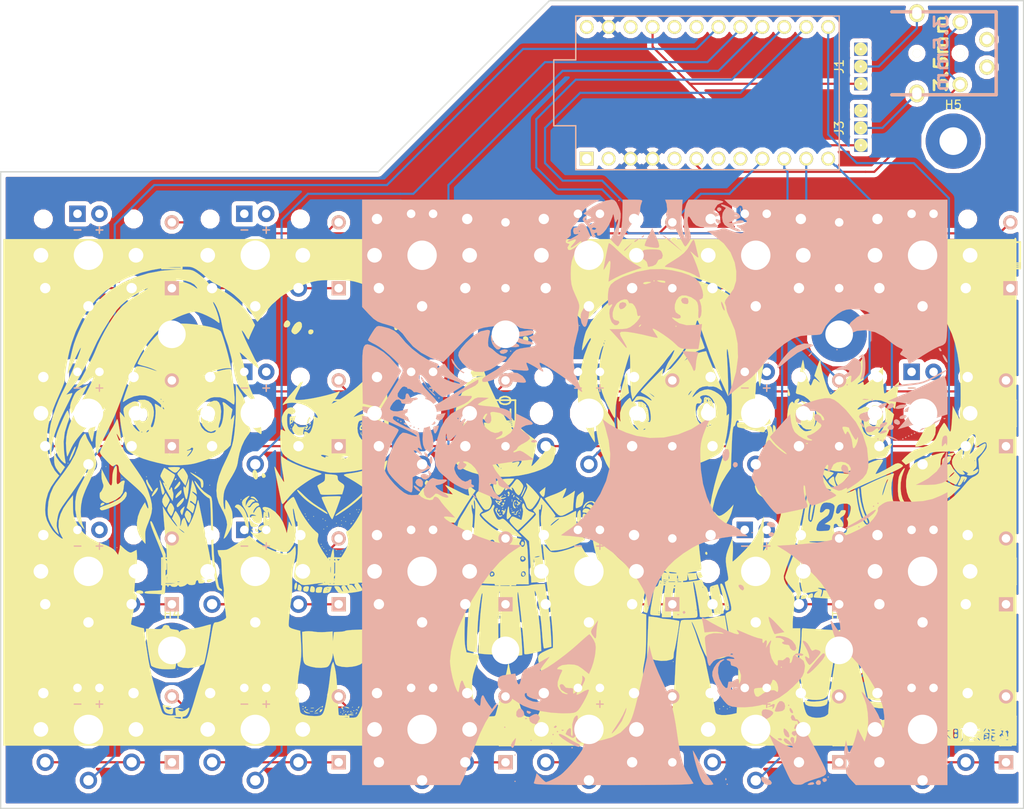
<source format=kicad_pcb>
(kicad_pcb (version 4) (host pcbnew 4.0.7)
  (layers (0 F.Cu signal) (31 B.Cu signal) (34 B.Paste user) (35 F.Paste user) (36 B.SilkS user) (37 F.SilkS user) (38 B.Mask user) (39 F.Mask user) (44 Edge.Cuts user))
  (net 0 "")
  (net 1 row0)
  (net 2 "Net-(D1-Pad2)")
  (net 3 row1)
  (net 4 "Net-(D2-Pad2)")
  (net 5 row2)
  (net 6 "Net-(D3-Pad2)")
  (net 7 row3)
  (net 8 "Net-(D4-Pad2)")
  (net 9 "Net-(D5-Pad2)")
  (net 10 "Net-(D6-Pad2)")
  (net 11 "Net-(D7-Pad2)")
  (net 12 "Net-(D8-Pad2)")
  (net 13 "Net-(D9-Pad2)")
  (net 14 "Net-(D10-Pad2)")
  (net 15 "Net-(D11-Pad2)")
  (net 16 "Net-(D12-Pad2)")
  (net 17 "Net-(D13-Pad2)")
  (net 18 "Net-(D14-Pad2)")
  (net 19 "Net-(D15-Pad2)")
  (net 20 "Net-(D16-Pad2)")
  (net 21 "Net-(D17-Pad2)")
  (net 22 "Net-(D18-Pad2)")
  (net 23 "Net-(D19-Pad2)")
  (net 24 "Net-(D20-Pad2)")
  (net 25 "Net-(D21-Pad2)")
  (net 26 "Net-(D22-Pad2)")
  (net 27 "Net-(D23-Pad2)")
  (net 28 "Net-(D24-Pad2)")
  (net 29 GND)
  (net 30 "Net-(J1-Pad2)")
  (net 31 VCC)
  (net 32 data)
  (net 33 "Net-(J2-Pad3)")
  (net 34 "Net-(J2-Pad4)")
  (net 35 "Net-(J2-Pad5)")
  (net 36 col0)
  (net 37 col1)
  (net 38 col2)
  (net 39 col3)
  (net 40 col4)
  (net 41 col5)
  (net 42 "Net-(U1-Pad1)")
  (net 43 "Net-(U1-Pad2)")
  (net 44 "Net-(U1-Pad5)")
  (net 45 "Net-(U1-Pad7)")
  (net 46 "Net-(U1-Pad8)")
  (net 47 "Net-(U1-Pad19)")
  (net 48 "Net-(U1-Pad20)")
  (net 49 "Net-(U1-Pad22)")
  (net 50 "Net-(U1-Pad24)")
  (module keyboard:Kailh-PG1350-1u-reversible (layer F.Cu) (at 107.188 88.392)
    (fp_text reference SW19)
    (fp_text value SW_DIP_x01 hide)
    (fp_text user - (at -1.26 -3 180) (layer B.SilkS) (effects (justify mirror)))
    (fp_text user + (at 1.27 -3 180) (layer B.SilkS) (effects (justify mirror)))
    (fp_text user - (at -1.26 -3 180) (layer F.SilkS))
    (fp_text user + (at 1.27 -3 180) (layer F.SilkS))
    (pad "" np_thru_hole circle (at -5.22 -4.2 180) (size 1.2 1.2) (drill 1.2) (layers *.Cu))
    (pad 2 thru_hole circle (at 5 3.8 41.9) (size 2 2) (drill 1.2) (layers *.Cu *.Mask) (net 23 "Net-(D19-Pad2)"))
    (pad "" np_thru_hole circle (at 5.22 -4.2 180) (size 1.2 1.2) (drill 1.2) (layers *.Cu))
    (pad "" np_thru_hole circle (at 0 0 180) (size 3.4 3.4) (drill 3.4) (layers *.Cu))
    (pad 4 thru_hole rect (at -1.27 -4.8 180) (size 1.905 1.905) (drill 0.9906) (layers *.Cu *.Mask))
    (pad 3 thru_hole circle (at 1.27 -4.8 180) (size 1.905 1.905) (drill 0.9906) (layers *.Cu *.Mask))
    (pad 1 thru_hole circle (at 0 5.9 180) (size 2 2) (drill 1.2) (layers *.Cu *.Mask) (net 40 col4))
    (pad 2 thru_hole circle (at -5 3.8 41.9) (size 2 2) (drill 1.2) (layers *.Cu *.Mask) (net 23 "Net-(D19-Pad2)"))
    (pad "" np_thru_hole circle (at -5.5 0 180) (size 1.7 1.7) (drill 1.7) (layers *.Cu))
    (pad "" np_thru_hole circle (at 5.5 0 180) (size 1.7 1.7) (drill 1.7) (layers *.Cu))
  )
  (module keyboard:Diode (layer F.Cu) (at 39.624 51.816 270)
    (fp_text reference D1 (at 0 0 270) (layer F.SilkS) (effects (font (size 1.27 1.524) (thickness 0.2032))))
    (fp_text value D hide)
    (pad 1 thru_hole circle (at -3.81 0 270) (size 1.651 1.651) (drill 0.9906) (layers *.Cu *.SilkS *.Mask) (net 1 row0))
    (pad 2 thru_hole rect (at 3.81 0 270) (size 1.651 1.651) (drill 0.9906) (layers *.Cu *.SilkS *.Mask) (net 2 "Net-(D1-Pad2)"))
  )
  (module keyboard:Diode (layer F.Cu) (at 39.624 70.104 270)
    (fp_text reference D2 (at 0 0 270) (layer F.SilkS) (effects (font (size 1.27 1.524) (thickness 0.2032))))
    (fp_text value D hide)
    (pad 1 thru_hole circle (at -3.81 0 270) (size 1.651 1.651) (drill 0.9906) (layers *.Cu *.SilkS *.Mask) (net 3 row1))
    (pad 2 thru_hole rect (at 3.81 0 270) (size 1.651 1.651) (drill 0.9906) (layers *.Cu *.SilkS *.Mask) (net 4 "Net-(D2-Pad2)"))
  )
  (module keyboard:Diode (layer F.Cu) (at 39.624 88.392 270)
    (fp_text reference D3 (at 0 0 270) (layer F.SilkS) (effects (font (size 1.27 1.524) (thickness 0.2032))))
    (fp_text value D hide)
    (pad 1 thru_hole circle (at -3.81 0 270) (size 1.651 1.651) (drill 0.9906) (layers *.Cu *.SilkS *.Mask) (net 5 row2))
    (pad 2 thru_hole rect (at 3.81 0 270) (size 1.651 1.651) (drill 0.9906) (layers *.Cu *.SilkS *.Mask) (net 6 "Net-(D3-Pad2)"))
  )
  (module keyboard:Diode (layer F.Cu) (at 39.624 106.68 270)
    (fp_text reference D4 (at 0 0 270) (layer F.SilkS) (effects (font (size 1.27 1.524) (thickness 0.2032))))
    (fp_text value D hide)
    (pad 1 thru_hole circle (at -3.81 0 270) (size 1.651 1.651) (drill 0.9906) (layers *.Cu *.SilkS *.Mask) (net 7 row3))
    (pad 2 thru_hole rect (at 3.81 0 270) (size 1.651 1.651) (drill 0.9906) (layers *.Cu *.SilkS *.Mask) (net 8 "Net-(D4-Pad2)"))
  )
  (module keyboard:Diode (layer F.Cu) (at 58.928 51.816 270)
    (fp_text reference D5 (at 0 0 270) (layer F.SilkS) (effects (font (size 1.27 1.524) (thickness 0.2032))))
    (fp_text value D hide)
    (pad 1 thru_hole circle (at -3.81 0 270) (size 1.651 1.651) (drill 0.9906) (layers *.Cu *.SilkS *.Mask) (net 1 row0))
    (pad 2 thru_hole rect (at 3.81 0 270) (size 1.651 1.651) (drill 0.9906) (layers *.Cu *.SilkS *.Mask) (net 9 "Net-(D5-Pad2)"))
  )
  (module keyboard:Diode (layer F.Cu) (at 58.928 70.104 270)
    (fp_text reference D6 (at 0 0 270) (layer F.SilkS) (effects (font (size 1.27 1.524) (thickness 0.2032))))
    (fp_text value D hide)
    (pad 1 thru_hole circle (at -3.81 0 270) (size 1.651 1.651) (drill 0.9906) (layers *.Cu *.SilkS *.Mask) (net 3 row1))
    (pad 2 thru_hole rect (at 3.81 0 270) (size 1.651 1.651) (drill 0.9906) (layers *.Cu *.SilkS *.Mask) (net 10 "Net-(D6-Pad2)"))
  )
  (module keyboard:Diode (layer F.Cu) (at 58.928 88.392 270)
    (fp_text reference D7 (at 0 0 270) (layer F.SilkS) (effects (font (size 1.27 1.524) (thickness 0.2032))))
    (fp_text value D hide)
    (pad 1 thru_hole circle (at -3.81 0 270) (size 1.651 1.651) (drill 0.9906) (layers *.Cu *.SilkS *.Mask) (net 5 row2))
    (pad 2 thru_hole rect (at 3.81 0 270) (size 1.651 1.651) (drill 0.9906) (layers *.Cu *.SilkS *.Mask) (net 11 "Net-(D7-Pad2)"))
  )
  (module keyboard:Diode (layer F.Cu) (at 58.928 106.68 270)
    (fp_text reference D8 (at 0 0 270) (layer F.SilkS) (effects (font (size 1.27 1.524) (thickness 0.2032))))
    (fp_text value D hide)
    (pad 1 thru_hole circle (at -3.81 0 270) (size 1.651 1.651) (drill 0.9906) (layers *.Cu *.SilkS *.Mask) (net 7 row3))
    (pad 2 thru_hole rect (at 3.81 0 270) (size 1.651 1.651) (drill 0.9906) (layers *.Cu *.SilkS *.Mask) (net 12 "Net-(D8-Pad2)"))
  )
  (module keyboard:Diode (layer F.Cu) (at 78.232 51.816 270)
    (fp_text reference D9 (at 0 0 270) (layer F.SilkS) (effects (font (size 1.27 1.524) (thickness 0.2032))))
    (fp_text value D hide)
    (pad 1 thru_hole circle (at -3.81 0 270) (size 1.651 1.651) (drill 0.9906) (layers *.Cu *.SilkS *.Mask) (net 1 row0))
    (pad 2 thru_hole rect (at 3.81 0 270) (size 1.651 1.651) (drill 0.9906) (layers *.Cu *.SilkS *.Mask) (net 13 "Net-(D9-Pad2)"))
  )
  (module keyboard:Diode (layer F.Cu) (at 78.232 70.104 270)
    (fp_text reference D10 (at 0 0 270) (layer F.SilkS) (effects (font (size 1.27 1.524) (thickness 0.2032))))
    (fp_text value D hide)
    (pad 1 thru_hole circle (at -3.81 0 270) (size 1.651 1.651) (drill 0.9906) (layers *.Cu *.SilkS *.Mask) (net 3 row1))
    (pad 2 thru_hole rect (at 3.81 0 270) (size 1.651 1.651) (drill 0.9906) (layers *.Cu *.SilkS *.Mask) (net 14 "Net-(D10-Pad2)"))
  )
  (module keyboard:Diode (layer F.Cu) (at 78.232 88.392 270)
    (fp_text reference D11 (at 0 0 270) (layer F.SilkS) (effects (font (size 1.27 1.524) (thickness 0.2032))))
    (fp_text value D hide)
    (pad 1 thru_hole circle (at -3.81 0 270) (size 1.651 1.651) (drill 0.9906) (layers *.Cu *.SilkS *.Mask) (net 5 row2))
    (pad 2 thru_hole rect (at 3.81 0 270) (size 1.651 1.651) (drill 0.9906) (layers *.Cu *.SilkS *.Mask) (net 15 "Net-(D11-Pad2)"))
  )
  (module keyboard:Diode (layer F.Cu) (at 78.232 106.68 270)
    (fp_text reference D12 (at 0 0 270) (layer F.SilkS) (effects (font (size 1.27 1.524) (thickness 0.2032))))
    (fp_text value D hide)
    (pad 1 thru_hole circle (at -3.81 0 270) (size 1.651 1.651) (drill 0.9906) (layers *.Cu *.SilkS *.Mask) (net 7 row3))
    (pad 2 thru_hole rect (at 3.81 0 270) (size 1.651 1.651) (drill 0.9906) (layers *.Cu *.SilkS *.Mask) (net 16 "Net-(D12-Pad2)"))
  )
  (module keyboard:Diode (layer F.Cu) (at 97.536 51.816 270)
    (fp_text reference D13 (at 0 0 270) (layer F.SilkS) (effects (font (size 1.27 1.524) (thickness 0.2032))))
    (fp_text value D hide)
    (pad 1 thru_hole circle (at -3.81 0 270) (size 1.651 1.651) (drill 0.9906) (layers *.Cu *.SilkS *.Mask) (net 1 row0))
    (pad 2 thru_hole rect (at 3.81 0 270) (size 1.651 1.651) (drill 0.9906) (layers *.Cu *.SilkS *.Mask) (net 17 "Net-(D13-Pad2)"))
  )
  (module keyboard:Diode (layer F.Cu) (at 97.536 70.104 270)
    (fp_text reference D14 (at 0 0 270) (layer F.SilkS) (effects (font (size 1.27 1.524) (thickness 0.2032))))
    (fp_text value D hide)
    (pad 1 thru_hole circle (at -3.81 0 270) (size 1.651 1.651) (drill 0.9906) (layers *.Cu *.SilkS *.Mask) (net 3 row1))
    (pad 2 thru_hole rect (at 3.81 0 270) (size 1.651 1.651) (drill 0.9906) (layers *.Cu *.SilkS *.Mask) (net 18 "Net-(D14-Pad2)"))
  )
  (module keyboard:Diode (layer F.Cu) (at 97.536 88.392 270)
    (fp_text reference D15 (at 0 0 270) (layer F.SilkS) (effects (font (size 1.27 1.524) (thickness 0.2032))))
    (fp_text value D hide)
    (pad 1 thru_hole circle (at -3.81 0 270) (size 1.651 1.651) (drill 0.9906) (layers *.Cu *.SilkS *.Mask) (net 5 row2))
    (pad 2 thru_hole rect (at 3.81 0 270) (size 1.651 1.651) (drill 0.9906) (layers *.Cu *.SilkS *.Mask) (net 19 "Net-(D15-Pad2)"))
  )
  (module keyboard:Diode (layer F.Cu) (at 97.536 106.68 270)
    (fp_text reference D16 (at 0 0 270) (layer F.SilkS) (effects (font (size 1.27 1.524) (thickness 0.2032))))
    (fp_text value D hide)
    (pad 1 thru_hole circle (at -3.81 0 270) (size 1.651 1.651) (drill 0.9906) (layers *.Cu *.SilkS *.Mask) (net 7 row3))
    (pad 2 thru_hole rect (at 3.81 0 270) (size 1.651 1.651) (drill 0.9906) (layers *.Cu *.SilkS *.Mask) (net 20 "Net-(D16-Pad2)"))
  )
  (module keyboard:Diode (layer F.Cu) (at 116.84 51.816 270)
    (fp_text reference D17 (at 0 0 270) (layer F.SilkS) (effects (font (size 1.27 1.524) (thickness 0.2032))))
    (fp_text value D hide)
    (pad 1 thru_hole circle (at -3.81 0 270) (size 1.651 1.651) (drill 0.9906) (layers *.Cu *.SilkS *.Mask) (net 1 row0))
    (pad 2 thru_hole rect (at 3.81 0 270) (size 1.651 1.651) (drill 0.9906) (layers *.Cu *.SilkS *.Mask) (net 21 "Net-(D17-Pad2)"))
  )
  (module keyboard:Diode (layer F.Cu) (at 116.84 70.104 270)
    (fp_text reference D18 (at 0 0 270) (layer F.SilkS) (effects (font (size 1.27 1.524) (thickness 0.2032))))
    (fp_text value D hide)
    (pad 1 thru_hole circle (at -3.81 0 270) (size 1.651 1.651) (drill 0.9906) (layers *.Cu *.SilkS *.Mask) (net 3 row1))
    (pad 2 thru_hole rect (at 3.81 0 270) (size 1.651 1.651) (drill 0.9906) (layers *.Cu *.SilkS *.Mask) (net 22 "Net-(D18-Pad2)"))
  )
  (module keyboard:Diode (layer F.Cu) (at 116.84 88.392 270)
    (fp_text reference D19 (at 0 0 270) (layer F.SilkS) (effects (font (size 1.27 1.524) (thickness 0.2032))))
    (fp_text value D hide)
    (pad 1 thru_hole circle (at -3.81 0 270) (size 1.651 1.651) (drill 0.9906) (layers *.Cu *.SilkS *.Mask) (net 5 row2))
    (pad 2 thru_hole rect (at 3.81 0 270) (size 1.651 1.651) (drill 0.9906) (layers *.Cu *.SilkS *.Mask) (net 23 "Net-(D19-Pad2)"))
  )
  (module keyboard:Diode (layer F.Cu) (at 116.84 106.68 270)
    (fp_text reference D20 (at 0 0 270) (layer F.SilkS) (effects (font (size 1.27 1.524) (thickness 0.2032))))
    (fp_text value D hide)
    (pad 1 thru_hole circle (at -3.81 0 270) (size 1.651 1.651) (drill 0.9906) (layers *.Cu *.SilkS *.Mask) (net 7 row3))
    (pad 2 thru_hole rect (at 3.81 0 270) (size 1.651 1.651) (drill 0.9906) (layers *.Cu *.SilkS *.Mask) (net 24 "Net-(D20-Pad2)"))
  )
  (module keyboard:Diode (layer F.Cu) (at 136.652 51.816 270)
    (fp_text reference D21 (at 0 0 270) (layer F.SilkS) (effects (font (size 1.27 1.524) (thickness 0.2032))))
    (fp_text value D hide)
    (pad 1 thru_hole circle (at -3.81 0 270) (size 1.651 1.651) (drill 0.9906) (layers *.Cu *.SilkS *.Mask) (net 1 row0))
    (pad 2 thru_hole rect (at 3.81 0 270) (size 1.651 1.651) (drill 0.9906) (layers *.Cu *.SilkS *.Mask) (net 25 "Net-(D21-Pad2)"))
  )
  (module keyboard:Diode (layer F.Cu) (at 136.144 70.104 270)
    (fp_text reference D22 (at 0 0 270) (layer F.SilkS) (effects (font (size 1.27 1.524) (thickness 0.2032))))
    (fp_text value D hide)
    (pad 1 thru_hole circle (at -3.81 0 270) (size 1.651 1.651) (drill 0.9906) (layers *.Cu *.SilkS *.Mask) (net 3 row1))
    (pad 2 thru_hole rect (at 3.81 0 270) (size 1.651 1.651) (drill 0.9906) (layers *.Cu *.SilkS *.Mask) (net 26 "Net-(D22-Pad2)"))
  )
  (module keyboard:Diode (layer F.Cu) (at 136.144 88.392 270)
    (fp_text reference D23 (at 0 0 270) (layer F.SilkS) (effects (font (size 1.27 1.524) (thickness 0.2032))))
    (fp_text value D hide)
    (pad 1 thru_hole circle (at -3.81 0 270) (size 1.651 1.651) (drill 0.9906) (layers *.Cu *.SilkS *.Mask) (net 5 row2))
    (pad 2 thru_hole rect (at 3.81 0 270) (size 1.651 1.651) (drill 0.9906) (layers *.Cu *.SilkS *.Mask) (net 27 "Net-(D23-Pad2)"))
  )
  (module keyboard:Diode (layer F.Cu) (at 136.144 106.68 270)
    (fp_text reference D24 (at 0 0 270) (layer F.SilkS) (effects (font (size 1.27 1.524) (thickness 0.2032))))
    (fp_text value D hide)
    (pad 1 thru_hole circle (at -3.81 0 270) (size 1.651 1.651) (drill 0.9906) (layers *.Cu *.SilkS *.Mask) (net 7 row3))
    (pad 2 thru_hole rect (at 3.81 0 270) (size 1.651 1.651) (drill 0.9906) (layers *.Cu *.SilkS *.Mask) (net 28 "Net-(D24-Pad2)"))
  )
  (module keyboard:3_Pin_Jumper (layer F.Cu) (at 117.348 29.972 270)
    (fp_text reference J1 (at 0 0.5 270) (layer F.SilkS))
    (fp_text value 3pin)
    (pad 1 smd rect (at -2 -2 270) (size 1.524 1.524) (layers F.Cu F.Paste F.Mask) (net 29 GND))
    (pad 2 smd rect (at 0 -2 270) (size 1.524 1.524) (layers F.Cu F.Paste F.Mask) (net 30 "Net-(J1-Pad2)"))
    (pad 3 smd rect (at 2 -2 270) (size 1.524 1.524) (layers F.Cu F.Paste F.Mask) (net 31 VCC))
    (pad 1 smd rect (at -2 -2 270) (size 1.524 1.524) (layers B.Cu F.Paste F.Mask) (net 29 GND))
    (pad 2 smd rect (at 0 -2 270) (size 1.524 1.524) (layers B.Cu F.Paste F.Mask) (net 30 "Net-(J1-Pad2)"))
    (pad 3 smd rect (at 2 -2 270) (size 1.524 1.524) (layers B.Cu F.Paste F.Mask) (net 31 VCC))
    (pad 2 thru_hole circle (at -0.01 -1.99 270) (size 1.524 1.524) (drill 0.25) (layers *.Cu *.Mask F.SilkS) (net 30 "Net-(J1-Pad2)"))
    (pad 3 thru_hole circle (at 2 -2.01 270) (size 1.524 1.524) (drill 0.25) (layers *.Cu *.Mask F.SilkS) (net 31 VCC))
    (pad 1 thru_hole circle (at -2.01 -1.99 270) (size 1.524 1.524) (drill 0.25) (layers *.Cu *.Mask F.SilkS) (net 29 GND))
  )
  (module keyboard:4pin35mmAudio (layer F.Cu) (at 122.936 28.448)
    (fp_text reference J2 hide)
    (fp_text value 6pin hide)
    (fp_text user 3.5mm (at 5.715 0 90) (layer F.SilkS) (effects (font (size 1.524 1.778) (thickness 0.3048))))
    (fp_text user 3.5mm (at 5.715 0 90) (layer B.SilkS) (effects (font (size 1.524 1.778) (thickness 0.3048)) (justify mirror)))
    (pad 1 thru_hole oval (at 2.8956 -4.6482) (size 1.7526 2.0574) (drill oval 1.0922 1.397) (layers *.Cu *.Mask F.SilkS) (net 30 "Net-(J1-Pad2)"))
    (pad 2 thru_hole circle (at 7.8994 3.6068) (size 1.7526 1.7526) (drill 1.0922) (layers *.Cu *.Mask F.SilkS) (net 32 data))
    (pad 3 thru_hole circle (at 10.9982 -1.6002) (size 1.7526 1.7526) (drill 1.0922) (layers *.Cu *.Mask F.SilkS) (net 33 "Net-(J2-Pad3)"))
    (pad 4 thru_hole oval (at 2.8956 4.6482) (size 1.7526 2.0574) (drill oval 1.0922 1.397) (layers *.Cu *.Mask F.SilkS) (net 34 "Net-(J2-Pad4)"))
    (pad 5 thru_hole circle (at 10.9982 1.6002) (size 1.7526 1.7526) (drill 1.0922) (layers *.Cu *.Mask F.SilkS) (net 35 "Net-(J2-Pad5)"))
    (pad 6 thru_hole circle (at 7.8994 -3.6068) (size 1.7526 1.7526) (drill 1.0922) (layers *.Cu *.Mask F.SilkS) (net 32 data))
    (pad HOLE np_thru_hole circle (at 2.8956 0) (size 0.9906 0.9906) (drill 0.9906) (layers *.Cu *.Mask F.SilkS))
    (pad HOLE np_thru_hole circle (at 7.8994 0) (size 0.9906 0.9906) (drill 0.9906) (layers *.Cu *.Mask F.SilkS))
  )
  (module keyboard:3_Pin_Jumper (layer F.Cu) (at 117.348 37.084 270)
    (fp_text reference J3 (at 0 0.5 270) (layer F.SilkS))
    (fp_text value 3pin)
    (pad 1 smd rect (at -2 -2 270) (size 1.524 1.524) (layers F.Cu F.Paste F.Mask) (net 29 GND))
    (pad 2 smd rect (at 0 -2 270) (size 1.524 1.524) (layers F.Cu F.Paste F.Mask) (net 34 "Net-(J2-Pad4)"))
    (pad 3 smd rect (at 2 -2 270) (size 1.524 1.524) (layers F.Cu F.Paste F.Mask) (net 31 VCC))
    (pad 1 smd rect (at -2 -2 270) (size 1.524 1.524) (layers B.Cu F.Paste F.Mask) (net 29 GND))
    (pad 2 smd rect (at 0 -2 270) (size 1.524 1.524) (layers B.Cu F.Paste F.Mask) (net 34 "Net-(J2-Pad4)"))
    (pad 3 smd rect (at 2 -2 270) (size 1.524 1.524) (layers B.Cu F.Paste F.Mask) (net 31 VCC))
    (pad 2 thru_hole circle (at -0.01 -1.99 270) (size 1.524 1.524) (drill 0.25) (layers *.Cu *.Mask F.SilkS) (net 34 "Net-(J2-Pad4)"))
    (pad 3 thru_hole circle (at 2 -2.01 270) (size 1.524 1.524) (drill 0.25) (layers *.Cu *.Mask F.SilkS) (net 31 VCC))
    (pad 1 thru_hole circle (at -2.01 -1.99 270) (size 1.524 1.524) (drill 0.25) (layers *.Cu *.Mask F.SilkS) (net 29 GND))
  )
  (module keyboard:Kailh-PG1350-1u-reversible (layer F.Cu) (at 29.972 51.816)
    (fp_text reference SW1)
    (fp_text value SW_DIP_x01 hide)
    (fp_text user - (at -1.26 -3 180) (layer B.SilkS) (effects (justify mirror)))
    (fp_text user + (at 1.27 -3 180) (layer B.SilkS) (effects (justify mirror)))
    (fp_text user - (at -1.26 -3 180) (layer F.SilkS))
    (fp_text user + (at 1.27 -3 180) (layer F.SilkS))
    (pad "" np_thru_hole circle (at -5.22 -4.2 180) (size 1.2 1.2) (drill 1.2) (layers *.Cu))
    (pad 2 thru_hole circle (at 5 3.8 41.9) (size 2 2) (drill 1.2) (layers *.Cu *.Mask) (net 2 "Net-(D1-Pad2)"))
    (pad "" np_thru_hole circle (at 5.22 -4.2 180) (size 1.2 1.2) (drill 1.2) (layers *.Cu))
    (pad "" np_thru_hole circle (at 0 0 180) (size 3.4 3.4) (drill 3.4) (layers *.Cu))
    (pad 4 thru_hole rect (at -1.27 -4.8 180) (size 1.905 1.905) (drill 0.9906) (layers *.Cu *.Mask))
    (pad 3 thru_hole circle (at 1.27 -4.8 180) (size 1.905 1.905) (drill 0.9906) (layers *.Cu *.Mask))
    (pad 1 thru_hole circle (at 0 5.9 180) (size 2 2) (drill 1.2) (layers *.Cu *.Mask) (net 36 col0))
    (pad 2 thru_hole circle (at -5 3.8 41.9) (size 2 2) (drill 1.2) (layers *.Cu *.Mask) (net 2 "Net-(D1-Pad2)"))
    (pad "" np_thru_hole circle (at -5.5 0 180) (size 1.7 1.7) (drill 1.7) (layers *.Cu))
    (pad "" np_thru_hole circle (at 5.5 0 180) (size 1.7 1.7) (drill 1.7) (layers *.Cu))
  )
  (module keyboard:Kailh-PG1350-1u-reversible (layer F.Cu) (at 29.972 70.104)
    (fp_text reference SW2)
    (fp_text value SW_DIP_x01 hide)
    (fp_text user - (at -1.26 -3 180) (layer B.SilkS) (effects (justify mirror)))
    (fp_text user + (at 1.27 -3 180) (layer B.SilkS) (effects (justify mirror)))
    (fp_text user - (at -1.26 -3 180) (layer F.SilkS))
    (fp_text user + (at 1.27 -3 180) (layer F.SilkS))
    (pad "" np_thru_hole circle (at -5.22 -4.2 180) (size 1.2 1.2) (drill 1.2) (layers *.Cu))
    (pad 2 thru_hole circle (at 5 3.8 41.9) (size 2 2) (drill 1.2) (layers *.Cu *.Mask) (net 4 "Net-(D2-Pad2)"))
    (pad "" np_thru_hole circle (at 5.22 -4.2 180) (size 1.2 1.2) (drill 1.2) (layers *.Cu))
    (pad "" np_thru_hole circle (at 0 0 180) (size 3.4 3.4) (drill 3.4) (layers *.Cu))
    (pad 4 thru_hole rect (at -1.27 -4.8 180) (size 1.905 1.905) (drill 0.9906) (layers *.Cu *.Mask))
    (pad 3 thru_hole circle (at 1.27 -4.8 180) (size 1.905 1.905) (drill 0.9906) (layers *.Cu *.Mask))
    (pad 1 thru_hole circle (at 0 5.9 180) (size 2 2) (drill 1.2) (layers *.Cu *.Mask) (net 36 col0))
    (pad 2 thru_hole circle (at -5 3.8 41.9) (size 2 2) (drill 1.2) (layers *.Cu *.Mask) (net 4 "Net-(D2-Pad2)"))
    (pad "" np_thru_hole circle (at -5.5 0 180) (size 1.7 1.7) (drill 1.7) (layers *.Cu))
    (pad "" np_thru_hole circle (at 5.5 0 180) (size 1.7 1.7) (drill 1.7) (layers *.Cu))
  )
  (module keyboard:Kailh-PG1350-1u-reversible (layer F.Cu) (at 29.972 88.392)
    (fp_text reference SW3)
    (fp_text value SW_DIP_x01 hide)
    (fp_text user - (at -1.26 -3 180) (layer B.SilkS) (effects (justify mirror)))
    (fp_text user + (at 1.27 -3 180) (layer B.SilkS) (effects (justify mirror)))
    (fp_text user - (at -1.26 -3 180) (layer F.SilkS))
    (fp_text user + (at 1.27 -3 180) (layer F.SilkS))
    (pad "" np_thru_hole circle (at -5.22 -4.2 180) (size 1.2 1.2) (drill 1.2) (layers *.Cu))
    (pad 2 thru_hole circle (at 5 3.8 41.9) (size 2 2) (drill 1.2) (layers *.Cu *.Mask) (net 6 "Net-(D3-Pad2)"))
    (pad "" np_thru_hole circle (at 5.22 -4.2 180) (size 1.2 1.2) (drill 1.2) (layers *.Cu))
    (pad "" np_thru_hole circle (at 0 0 180) (size 3.4 3.4) (drill 3.4) (layers *.Cu))
    (pad 4 thru_hole rect (at -1.27 -4.8 180) (size 1.905 1.905) (drill 0.9906) (layers *.Cu *.Mask))
    (pad 3 thru_hole circle (at 1.27 -4.8 180) (size 1.905 1.905) (drill 0.9906) (layers *.Cu *.Mask))
    (pad 1 thru_hole circle (at 0 5.9 180) (size 2 2) (drill 1.2) (layers *.Cu *.Mask) (net 36 col0))
    (pad 2 thru_hole circle (at -5 3.8 41.9) (size 2 2) (drill 1.2) (layers *.Cu *.Mask) (net 6 "Net-(D3-Pad2)"))
    (pad "" np_thru_hole circle (at -5.5 0 180) (size 1.7 1.7) (drill 1.7) (layers *.Cu))
    (pad "" np_thru_hole circle (at 5.5 0 180) (size 1.7 1.7) (drill 1.7) (layers *.Cu))
  )
  (module keyboard:Kailh-PG1350-1u-reversible (layer F.Cu) (at 29.972 106.68)
    (fp_text reference SW4)
    (fp_text value SW_DIP_x01 hide)
    (fp_text user - (at -1.26 -3 180) (layer B.SilkS) (effects (justify mirror)))
    (fp_text user + (at 1.27 -3 180) (layer B.SilkS) (effects (justify mirror)))
    (fp_text user - (at -1.26 -3 180) (layer F.SilkS))
    (fp_text user + (at 1.27 -3 180) (layer F.SilkS))
    (pad "" np_thru_hole circle (at -5.22 -4.2 180) (size 1.2 1.2) (drill 1.2) (layers *.Cu))
    (pad 2 thru_hole circle (at 5 3.8 41.9) (size 2 2) (drill 1.2) (layers *.Cu *.Mask) (net 8 "Net-(D4-Pad2)"))
    (pad "" np_thru_hole circle (at 5.22 -4.2 180) (size 1.2 1.2) (drill 1.2) (layers *.Cu))
    (pad "" np_thru_hole circle (at 0 0 180) (size 3.4 3.4) (drill 3.4) (layers *.Cu))
    (pad 4 thru_hole rect (at -1.27 -4.8 180) (size 1.905 1.905) (drill 0.9906) (layers *.Cu *.Mask))
    (pad 3 thru_hole circle (at 1.27 -4.8 180) (size 1.905 1.905) (drill 0.9906) (layers *.Cu *.Mask))
    (pad 1 thru_hole circle (at 0 5.9 180) (size 2 2) (drill 1.2) (layers *.Cu *.Mask) (net 36 col0))
    (pad 2 thru_hole circle (at -5 3.8 41.9) (size 2 2) (drill 1.2) (layers *.Cu *.Mask) (net 8 "Net-(D4-Pad2)"))
    (pad "" np_thru_hole circle (at -5.5 0 180) (size 1.7 1.7) (drill 1.7) (layers *.Cu))
    (pad "" np_thru_hole circle (at 5.5 0 180) (size 1.7 1.7) (drill 1.7) (layers *.Cu))
  )
  (module keyboard:Kailh-PG1350-1u-reversible (layer F.Cu) (at 49.276 51.816)
    (fp_text reference SW5)
    (fp_text value SW_DIP_x01 hide)
    (fp_text user - (at -1.26 -3 180) (layer B.SilkS) (effects (justify mirror)))
    (fp_text user + (at 1.27 -3 180) (layer B.SilkS) (effects (justify mirror)))
    (fp_text user - (at -1.26 -3 180) (layer F.SilkS))
    (fp_text user + (at 1.27 -3 180) (layer F.SilkS))
    (pad "" np_thru_hole circle (at -5.22 -4.2 180) (size 1.2 1.2) (drill 1.2) (layers *.Cu))
    (pad 2 thru_hole circle (at 5 3.8 41.9) (size 2 2) (drill 1.2) (layers *.Cu *.Mask) (net 9 "Net-(D5-Pad2)"))
    (pad "" np_thru_hole circle (at 5.22 -4.2 180) (size 1.2 1.2) (drill 1.2) (layers *.Cu))
    (pad "" np_thru_hole circle (at 0 0 180) (size 3.4 3.4) (drill 3.4) (layers *.Cu))
    (pad 4 thru_hole rect (at -1.27 -4.8 180) (size 1.905 1.905) (drill 0.9906) (layers *.Cu *.Mask))
    (pad 3 thru_hole circle (at 1.27 -4.8 180) (size 1.905 1.905) (drill 0.9906) (layers *.Cu *.Mask))
    (pad 1 thru_hole circle (at 0 5.9 180) (size 2 2) (drill 1.2) (layers *.Cu *.Mask) (net 37 col1))
    (pad 2 thru_hole circle (at -5 3.8 41.9) (size 2 2) (drill 1.2) (layers *.Cu *.Mask) (net 9 "Net-(D5-Pad2)"))
    (pad "" np_thru_hole circle (at -5.5 0 180) (size 1.7 1.7) (drill 1.7) (layers *.Cu))
    (pad "" np_thru_hole circle (at 5.5 0 180) (size 1.7 1.7) (drill 1.7) (layers *.Cu))
  )
  (module keyboard:Kailh-PG1350-1u-reversible (layer F.Cu) (at 49.276 70.104)
    (fp_text reference SW6)
    (fp_text value SW_DIP_x01 hide)
    (fp_text user - (at -1.26 -3 180) (layer B.SilkS) (effects (justify mirror)))
    (fp_text user + (at 1.27 -3 180) (layer B.SilkS) (effects (justify mirror)))
    (fp_text user - (at -1.26 -3 180) (layer F.SilkS))
    (fp_text user + (at 1.27 -3 180) (layer F.SilkS))
    (pad "" np_thru_hole circle (at -5.22 -4.2 180) (size 1.2 1.2) (drill 1.2) (layers *.Cu))
    (pad 2 thru_hole circle (at 5 3.8 41.9) (size 2 2) (drill 1.2) (layers *.Cu *.Mask) (net 10 "Net-(D6-Pad2)"))
    (pad "" np_thru_hole circle (at 5.22 -4.2 180) (size 1.2 1.2) (drill 1.2) (layers *.Cu))
    (pad "" np_thru_hole circle (at 0 0 180) (size 3.4 3.4) (drill 3.4) (layers *.Cu))
    (pad 4 thru_hole rect (at -1.27 -4.8 180) (size 1.905 1.905) (drill 0.9906) (layers *.Cu *.Mask))
    (pad 3 thru_hole circle (at 1.27 -4.8 180) (size 1.905 1.905) (drill 0.9906) (layers *.Cu *.Mask))
    (pad 1 thru_hole circle (at 0 5.9 180) (size 2 2) (drill 1.2) (layers *.Cu *.Mask) (net 37 col1))
    (pad 2 thru_hole circle (at -5 3.8 41.9) (size 2 2) (drill 1.2) (layers *.Cu *.Mask) (net 10 "Net-(D6-Pad2)"))
    (pad "" np_thru_hole circle (at -5.5 0 180) (size 1.7 1.7) (drill 1.7) (layers *.Cu))
    (pad "" np_thru_hole circle (at 5.5 0 180) (size 1.7 1.7) (drill 1.7) (layers *.Cu))
  )
  (module keyboard:Kailh-PG1350-1u-reversible (layer F.Cu) (at 49.276 88.392)
    (fp_text reference SW7)
    (fp_text value SW_DIP_x01 hide)
    (fp_text user - (at -1.26 -3 180) (layer B.SilkS) (effects (justify mirror)))
    (fp_text user + (at 1.27 -3 180) (layer B.SilkS) (effects (justify mirror)))
    (fp_text user - (at -1.26 -3 180) (layer F.SilkS))
    (fp_text user + (at 1.27 -3 180) (layer F.SilkS))
    (pad "" np_thru_hole circle (at -5.22 -4.2 180) (size 1.2 1.2) (drill 1.2) (layers *.Cu))
    (pad 2 thru_hole circle (at 5 3.8 41.9) (size 2 2) (drill 1.2) (layers *.Cu *.Mask) (net 11 "Net-(D7-Pad2)"))
    (pad "" np_thru_hole circle (at 5.22 -4.2 180) (size 1.2 1.2) (drill 1.2) (layers *.Cu))
    (pad "" np_thru_hole circle (at 0 0 180) (size 3.4 3.4) (drill 3.4) (layers *.Cu))
    (pad 4 thru_hole rect (at -1.27 -4.8 180) (size 1.905 1.905) (drill 0.9906) (layers *.Cu *.Mask))
    (pad 3 thru_hole circle (at 1.27 -4.8 180) (size 1.905 1.905) (drill 0.9906) (layers *.Cu *.Mask))
    (pad 1 thru_hole circle (at 0 5.9 180) (size 2 2) (drill 1.2) (layers *.Cu *.Mask) (net 37 col1))
    (pad 2 thru_hole circle (at -5 3.8 41.9) (size 2 2) (drill 1.2) (layers *.Cu *.Mask) (net 11 "Net-(D7-Pad2)"))
    (pad "" np_thru_hole circle (at -5.5 0 180) (size 1.7 1.7) (drill 1.7) (layers *.Cu))
    (pad "" np_thru_hole circle (at 5.5 0 180) (size 1.7 1.7) (drill 1.7) (layers *.Cu))
  )
  (module keyboard:Kailh-PG1350-1u-reversible (layer F.Cu) (at 49.276 106.68)
    (fp_text reference SW8)
    (fp_text value SW_DIP_x01 hide)
    (fp_text user - (at -1.26 -3 180) (layer B.SilkS) (effects (justify mirror)))
    (fp_text user + (at 1.27 -3 180) (layer B.SilkS) (effects (justify mirror)))
    (fp_text user - (at -1.26 -3 180) (layer F.SilkS))
    (fp_text user + (at 1.27 -3 180) (layer F.SilkS))
    (pad "" np_thru_hole circle (at -5.22 -4.2 180) (size 1.2 1.2) (drill 1.2) (layers *.Cu))
    (pad 2 thru_hole circle (at 5 3.8 41.9) (size 2 2) (drill 1.2) (layers *.Cu *.Mask) (net 12 "Net-(D8-Pad2)"))
    (pad "" np_thru_hole circle (at 5.22 -4.2 180) (size 1.2 1.2) (drill 1.2) (layers *.Cu))
    (pad "" np_thru_hole circle (at 0 0 180) (size 3.4 3.4) (drill 3.4) (layers *.Cu))
    (pad 4 thru_hole rect (at -1.27 -4.8 180) (size 1.905 1.905) (drill 0.9906) (layers *.Cu *.Mask))
    (pad 3 thru_hole circle (at 1.27 -4.8 180) (size 1.905 1.905) (drill 0.9906) (layers *.Cu *.Mask))
    (pad 1 thru_hole circle (at 0 5.9 180) (size 2 2) (drill 1.2) (layers *.Cu *.Mask) (net 37 col1))
    (pad 2 thru_hole circle (at -5 3.8 41.9) (size 2 2) (drill 1.2) (layers *.Cu *.Mask) (net 12 "Net-(D8-Pad2)"))
    (pad "" np_thru_hole circle (at -5.5 0 180) (size 1.7 1.7) (drill 1.7) (layers *.Cu))
    (pad "" np_thru_hole circle (at 5.5 0 180) (size 1.7 1.7) (drill 1.7) (layers *.Cu))
  )
  (module keyboard:Kailh-PG1350-1u-reversible (layer F.Cu) (at 68.58 51.816)
    (fp_text reference SW9)
    (fp_text value SW_DIP_x01 hide)
    (fp_text user - (at -1.26 -3 180) (layer B.SilkS) (effects (justify mirror)))
    (fp_text user + (at 1.27 -3 180) (layer B.SilkS) (effects (justify mirror)))
    (fp_text user - (at -1.26 -3 180) (layer F.SilkS))
    (fp_text user + (at 1.27 -3 180) (layer F.SilkS))
    (pad "" np_thru_hole circle (at -5.22 -4.2 180) (size 1.2 1.2) (drill 1.2) (layers *.Cu))
    (pad 2 thru_hole circle (at 5 3.8 41.9) (size 2 2) (drill 1.2) (layers *.Cu *.Mask) (net 13 "Net-(D9-Pad2)"))
    (pad "" np_thru_hole circle (at 5.22 -4.2 180) (size 1.2 1.2) (drill 1.2) (layers *.Cu))
    (pad "" np_thru_hole circle (at 0 0 180) (size 3.4 3.4) (drill 3.4) (layers *.Cu))
    (pad 4 thru_hole rect (at -1.27 -4.8 180) (size 1.905 1.905) (drill 0.9906) (layers *.Cu *.Mask))
    (pad 3 thru_hole circle (at 1.27 -4.8 180) (size 1.905 1.905) (drill 0.9906) (layers *.Cu *.Mask))
    (pad 1 thru_hole circle (at 0 5.9 180) (size 2 2) (drill 1.2) (layers *.Cu *.Mask) (net 38 col2))
    (pad 2 thru_hole circle (at -5 3.8 41.9) (size 2 2) (drill 1.2) (layers *.Cu *.Mask) (net 13 "Net-(D9-Pad2)"))
    (pad "" np_thru_hole circle (at -5.5 0 180) (size 1.7 1.7) (drill 1.7) (layers *.Cu))
    (pad "" np_thru_hole circle (at 5.5 0 180) (size 1.7 1.7) (drill 1.7) (layers *.Cu))
  )
  (module keyboard:Kailh-PG1350-1u-reversible (layer F.Cu) (at 68.58 70.104)
    (fp_text reference SW10)
    (fp_text value SW_DIP_x01 hide)
    (fp_text user - (at -1.26 -3 180) (layer B.SilkS) (effects (justify mirror)))
    (fp_text user + (at 1.27 -3 180) (layer B.SilkS) (effects (justify mirror)))
    (fp_text user - (at -1.26 -3 180) (layer F.SilkS))
    (fp_text user + (at 1.27 -3 180) (layer F.SilkS))
    (pad "" np_thru_hole circle (at -5.22 -4.2 180) (size 1.2 1.2) (drill 1.2) (layers *.Cu))
    (pad 2 thru_hole circle (at 5 3.8 41.9) (size 2 2) (drill 1.2) (layers *.Cu *.Mask) (net 14 "Net-(D10-Pad2)"))
    (pad "" np_thru_hole circle (at 5.22 -4.2 180) (size 1.2 1.2) (drill 1.2) (layers *.Cu))
    (pad "" np_thru_hole circle (at 0 0 180) (size 3.4 3.4) (drill 3.4) (layers *.Cu))
    (pad 4 thru_hole rect (at -1.27 -4.8 180) (size 1.905 1.905) (drill 0.9906) (layers *.Cu *.Mask))
    (pad 3 thru_hole circle (at 1.27 -4.8 180) (size 1.905 1.905) (drill 0.9906) (layers *.Cu *.Mask))
    (pad 1 thru_hole circle (at 0 5.9 180) (size 2 2) (drill 1.2) (layers *.Cu *.Mask) (net 38 col2))
    (pad 2 thru_hole circle (at -5 3.8 41.9) (size 2 2) (drill 1.2) (layers *.Cu *.Mask) (net 14 "Net-(D10-Pad2)"))
    (pad "" np_thru_hole circle (at -5.5 0 180) (size 1.7 1.7) (drill 1.7) (layers *.Cu))
    (pad "" np_thru_hole circle (at 5.5 0 180) (size 1.7 1.7) (drill 1.7) (layers *.Cu))
  )
  (module keyboard:Kailh-PG1350-1u-reversible (layer F.Cu) (at 68.58 88.392)
    (fp_text reference SW11)
    (fp_text value SW_DIP_x01 hide)
    (fp_text user - (at -1.26 -3 180) (layer B.SilkS) (effects (justify mirror)))
    (fp_text user + (at 1.27 -3 180) (layer B.SilkS) (effects (justify mirror)))
    (fp_text user - (at -1.26 -3 180) (layer F.SilkS))
    (fp_text user + (at 1.27 -3 180) (layer F.SilkS))
    (pad "" np_thru_hole circle (at -5.22 -4.2 180) (size 1.2 1.2) (drill 1.2) (layers *.Cu))
    (pad 2 thru_hole circle (at 5 3.8 41.9) (size 2 2) (drill 1.2) (layers *.Cu *.Mask) (net 15 "Net-(D11-Pad2)"))
    (pad "" np_thru_hole circle (at 5.22 -4.2 180) (size 1.2 1.2) (drill 1.2) (layers *.Cu))
    (pad "" np_thru_hole circle (at 0 0 180) (size 3.4 3.4) (drill 3.4) (layers *.Cu))
    (pad 4 thru_hole rect (at -1.27 -4.8 180) (size 1.905 1.905) (drill 0.9906) (layers *.Cu *.Mask))
    (pad 3 thru_hole circle (at 1.27 -4.8 180) (size 1.905 1.905) (drill 0.9906) (layers *.Cu *.Mask))
    (pad 1 thru_hole circle (at 0 5.9 180) (size 2 2) (drill 1.2) (layers *.Cu *.Mask) (net 38 col2))
    (pad 2 thru_hole circle (at -5 3.8 41.9) (size 2 2) (drill 1.2) (layers *.Cu *.Mask) (net 15 "Net-(D11-Pad2)"))
    (pad "" np_thru_hole circle (at -5.5 0 180) (size 1.7 1.7) (drill 1.7) (layers *.Cu))
    (pad "" np_thru_hole circle (at 5.5 0 180) (size 1.7 1.7) (drill 1.7) (layers *.Cu))
  )
  (module keyboard:Kailh-PG1350-1u-reversible (layer F.Cu) (at 68.58 106.68)
    (fp_text reference SW12)
    (fp_text value SW_DIP_x01 hide)
    (fp_text user - (at -1.26 -3 180) (layer B.SilkS) (effects (justify mirror)))
    (fp_text user + (at 1.27 -3 180) (layer B.SilkS) (effects (justify mirror)))
    (fp_text user - (at -1.26 -3 180) (layer F.SilkS))
    (fp_text user + (at 1.27 -3 180) (layer F.SilkS))
    (pad "" np_thru_hole circle (at -5.22 -4.2 180) (size 1.2 1.2) (drill 1.2) (layers *.Cu))
    (pad 2 thru_hole circle (at 5 3.8 41.9) (size 2 2) (drill 1.2) (layers *.Cu *.Mask) (net 16 "Net-(D12-Pad2)"))
    (pad "" np_thru_hole circle (at 5.22 -4.2 180) (size 1.2 1.2) (drill 1.2) (layers *.Cu))
    (pad "" np_thru_hole circle (at 0 0 180) (size 3.4 3.4) (drill 3.4) (layers *.Cu))
    (pad 4 thru_hole rect (at -1.27 -4.8 180) (size 1.905 1.905) (drill 0.9906) (layers *.Cu *.Mask))
    (pad 3 thru_hole circle (at 1.27 -4.8 180) (size 1.905 1.905) (drill 0.9906) (layers *.Cu *.Mask))
    (pad 1 thru_hole circle (at 0 5.9 180) (size 2 2) (drill 1.2) (layers *.Cu *.Mask) (net 38 col2))
    (pad 2 thru_hole circle (at -5 3.8 41.9) (size 2 2) (drill 1.2) (layers *.Cu *.Mask) (net 16 "Net-(D12-Pad2)"))
    (pad "" np_thru_hole circle (at -5.5 0 180) (size 1.7 1.7) (drill 1.7) (layers *.Cu))
    (pad "" np_thru_hole circle (at 5.5 0 180) (size 1.7 1.7) (drill 1.7) (layers *.Cu))
  )
  (module keyboard:Kailh-PG1350-1u-reversible (layer F.Cu) (at 87.884 51.816)
    (fp_text reference SW13)
    (fp_text value SW_DIP_x01 hide)
    (fp_text user - (at -1.26 -3 180) (layer B.SilkS) (effects (justify mirror)))
    (fp_text user + (at 1.27 -3 180) (layer B.SilkS) (effects (justify mirror)))
    (fp_text user - (at -1.26 -3 180) (layer F.SilkS))
    (fp_text user + (at 1.27 -3 180) (layer F.SilkS))
    (pad "" np_thru_hole circle (at -5.22 -4.2 180) (size 1.2 1.2) (drill 1.2) (layers *.Cu))
    (pad 2 thru_hole circle (at 5 3.8 41.9) (size 2 2) (drill 1.2) (layers *.Cu *.Mask) (net 17 "Net-(D13-Pad2)"))
    (pad "" np_thru_hole circle (at 5.22 -4.2 180) (size 1.2 1.2) (drill 1.2) (layers *.Cu))
    (pad "" np_thru_hole circle (at 0 0 180) (size 3.4 3.4) (drill 3.4) (layers *.Cu))
    (pad 4 thru_hole rect (at -1.27 -4.8 180) (size 1.905 1.905) (drill 0.9906) (layers *.Cu *.Mask))
    (pad 3 thru_hole circle (at 1.27 -4.8 180) (size 1.905 1.905) (drill 0.9906) (layers *.Cu *.Mask))
    (pad 1 thru_hole circle (at 0 5.9 180) (size 2 2) (drill 1.2) (layers *.Cu *.Mask) (net 39 col3))
    (pad 2 thru_hole circle (at -5 3.8 41.9) (size 2 2) (drill 1.2) (layers *.Cu *.Mask) (net 17 "Net-(D13-Pad2)"))
    (pad "" np_thru_hole circle (at -5.5 0 180) (size 1.7 1.7) (drill 1.7) (layers *.Cu))
    (pad "" np_thru_hole circle (at 5.5 0 180) (size 1.7 1.7) (drill 1.7) (layers *.Cu))
  )
  (module keyboard:Kailh-PG1350-1u-reversible (layer F.Cu) (at 87.884 70.104)
    (fp_text reference SW14)
    (fp_text value SW_DIP_x01 hide)
    (fp_text user - (at -1.26 -3 180) (layer B.SilkS) (effects (justify mirror)))
    (fp_text user + (at 1.27 -3 180) (layer B.SilkS) (effects (justify mirror)))
    (fp_text user - (at -1.26 -3 180) (layer F.SilkS))
    (fp_text user + (at 1.27 -3 180) (layer F.SilkS))
    (pad "" np_thru_hole circle (at -5.22 -4.2 180) (size 1.2 1.2) (drill 1.2) (layers *.Cu))
    (pad 2 thru_hole circle (at 5 3.8 41.9) (size 2 2) (drill 1.2) (layers *.Cu *.Mask) (net 18 "Net-(D14-Pad2)"))
    (pad "" np_thru_hole circle (at 5.22 -4.2 180) (size 1.2 1.2) (drill 1.2) (layers *.Cu))
    (pad "" np_thru_hole circle (at 0 0 180) (size 3.4 3.4) (drill 3.4) (layers *.Cu))
    (pad 4 thru_hole rect (at -1.27 -4.8 180) (size 1.905 1.905) (drill 0.9906) (layers *.Cu *.Mask))
    (pad 3 thru_hole circle (at 1.27 -4.8 180) (size 1.905 1.905) (drill 0.9906) (layers *.Cu *.Mask))
    (pad 1 thru_hole circle (at 0 5.9 180) (size 2 2) (drill 1.2) (layers *.Cu *.Mask) (net 39 col3))
    (pad 2 thru_hole circle (at -5 3.8 41.9) (size 2 2) (drill 1.2) (layers *.Cu *.Mask) (net 18 "Net-(D14-Pad2)"))
    (pad "" np_thru_hole circle (at -5.5 0 180) (size 1.7 1.7) (drill 1.7) (layers *.Cu))
    (pad "" np_thru_hole circle (at 5.5 0 180) (size 1.7 1.7) (drill 1.7) (layers *.Cu))
  )
  (module keyboard:Kailh-PG1350-1u-reversible (layer F.Cu) (at 87.884 88.392)
    (fp_text reference SW15)
    (fp_text value SW_DIP_x01 hide)
    (fp_text user - (at -1.26 -3 180) (layer B.SilkS) (effects (justify mirror)))
    (fp_text user + (at 1.27 -3 180) (layer B.SilkS) (effects (justify mirror)))
    (fp_text user - (at -1.26 -3 180) (layer F.SilkS))
    (fp_text user + (at 1.27 -3 180) (layer F.SilkS))
    (pad "" np_thru_hole circle (at -5.22 -4.2 180) (size 1.2 1.2) (drill 1.2) (layers *.Cu))
    (pad 2 thru_hole circle (at 5 3.8 41.9) (size 2 2) (drill 1.2) (layers *.Cu *.Mask) (net 19 "Net-(D15-Pad2)"))
    (pad "" np_thru_hole circle (at 5.22 -4.2 180) (size 1.2 1.2) (drill 1.2) (layers *.Cu))
    (pad "" np_thru_hole circle (at 0 0 180) (size 3.4 3.4) (drill 3.4) (layers *.Cu))
    (pad 4 thru_hole rect (at -1.27 -4.8 180) (size 1.905 1.905) (drill 0.9906) (layers *.Cu *.Mask))
    (pad 3 thru_hole circle (at 1.27 -4.8 180) (size 1.905 1.905) (drill 0.9906) (layers *.Cu *.Mask))
    (pad 1 thru_hole circle (at 0 5.9 180) (size 2 2) (drill 1.2) (layers *.Cu *.Mask) (net 39 col3))
    (pad 2 thru_hole circle (at -5 3.8 41.9) (size 2 2) (drill 1.2) (layers *.Cu *.Mask) (net 19 "Net-(D15-Pad2)"))
    (pad "" np_thru_hole circle (at -5.5 0 180) (size 1.7 1.7) (drill 1.7) (layers *.Cu))
    (pad "" np_thru_hole circle (at 5.5 0 180) (size 1.7 1.7) (drill 1.7) (layers *.Cu))
  )
  (module keyboard:Kailh-PG1350-1u-reversible (layer F.Cu) (at 87.884 106.68)
    (fp_text reference SW16)
    (fp_text value SW_DIP_x01 hide)
    (fp_text user - (at -1.26 -3 180) (layer B.SilkS) (effects (justify mirror)))
    (fp_text user + (at 1.27 -3 180) (layer B.SilkS) (effects (justify mirror)))
    (fp_text user - (at -1.26 -3 180) (layer F.SilkS))
    (fp_text user + (at 1.27 -3 180) (layer F.SilkS))
    (pad "" np_thru_hole circle (at -5.22 -4.2 180) (size 1.2 1.2) (drill 1.2) (layers *.Cu))
    (pad 2 thru_hole circle (at 5 3.8 41.9) (size 2 2) (drill 1.2) (layers *.Cu *.Mask) (net 20 "Net-(D16-Pad2)"))
    (pad "" np_thru_hole circle (at 5.22 -4.2 180) (size 1.2 1.2) (drill 1.2) (layers *.Cu))
    (pad "" np_thru_hole circle (at 0 0 180) (size 3.4 3.4) (drill 3.4) (layers *.Cu))
    (pad 4 thru_hole rect (at -1.27 -4.8 180) (size 1.905 1.905) (drill 0.9906) (layers *.Cu *.Mask))
    (pad 3 thru_hole circle (at 1.27 -4.8 180) (size 1.905 1.905) (drill 0.9906) (layers *.Cu *.Mask))
    (pad 1 thru_hole circle (at 0 5.9 180) (size 2 2) (drill 1.2) (layers *.Cu *.Mask) (net 39 col3))
    (pad 2 thru_hole circle (at -5 3.8 41.9) (size 2 2) (drill 1.2) (layers *.Cu *.Mask) (net 20 "Net-(D16-Pad2)"))
    (pad "" np_thru_hole circle (at -5.5 0 180) (size 1.7 1.7) (drill 1.7) (layers *.Cu))
    (pad "" np_thru_hole circle (at 5.5 0 180) (size 1.7 1.7) (drill 1.7) (layers *.Cu))
  )
  (module keyboard:Kailh-PG1350-1u-reversible (layer F.Cu) (at 107.188 51.816)
    (fp_text reference SW17)
    (fp_text value SW_DIP_x01 hide)
    (fp_text user - (at -1.26 -3 180) (layer B.SilkS) (effects (justify mirror)))
    (fp_text user + (at 1.27 -3 180) (layer B.SilkS) (effects (justify mirror)))
    (fp_text user - (at -1.26 -3 180) (layer F.SilkS))
    (fp_text user + (at 1.27 -3 180) (layer F.SilkS))
    (pad "" np_thru_hole circle (at -5.22 -4.2 180) (size 1.2 1.2) (drill 1.2) (layers *.Cu))
    (pad 2 thru_hole circle (at 5 3.8 41.9) (size 2 2) (drill 1.2) (layers *.Cu *.Mask) (net 21 "Net-(D17-Pad2)"))
    (pad "" np_thru_hole circle (at 5.22 -4.2 180) (size 1.2 1.2) (drill 1.2) (layers *.Cu))
    (pad "" np_thru_hole circle (at 0 0 180) (size 3.4 3.4) (drill 3.4) (layers *.Cu))
    (pad 4 thru_hole rect (at -1.27 -4.8 180) (size 1.905 1.905) (drill 0.9906) (layers *.Cu *.Mask))
    (pad 3 thru_hole circle (at 1.27 -4.8 180) (size 1.905 1.905) (drill 0.9906) (layers *.Cu *.Mask))
    (pad 1 thru_hole circle (at 0 5.9 180) (size 2 2) (drill 1.2) (layers *.Cu *.Mask) (net 40 col4))
    (pad 2 thru_hole circle (at -5 3.8 41.9) (size 2 2) (drill 1.2) (layers *.Cu *.Mask) (net 21 "Net-(D17-Pad2)"))
    (pad "" np_thru_hole circle (at -5.5 0 180) (size 1.7 1.7) (drill 1.7) (layers *.Cu))
    (pad "" np_thru_hole circle (at 5.5 0 180) (size 1.7 1.7) (drill 1.7) (layers *.Cu))
  )
  (module keyboard:Kailh-PG1350-1u-reversible (layer F.Cu) (at 107.188 70.104)
    (fp_text reference SW18)
    (fp_text value SW_DIP_x01 hide)
    (fp_text user - (at -1.26 -3 180) (layer B.SilkS) (effects (justify mirror)))
    (fp_text user + (at 1.27 -3 180) (layer B.SilkS) (effects (justify mirror)))
    (fp_text user - (at -1.26 -3 180) (layer F.SilkS))
    (fp_text user + (at 1.27 -3 180) (layer F.SilkS))
    (pad "" np_thru_hole circle (at -5.22 -4.2 180) (size 1.2 1.2) (drill 1.2) (layers *.Cu))
    (pad 2 thru_hole circle (at 5 3.8 41.9) (size 2 2) (drill 1.2) (layers *.Cu *.Mask) (net 22 "Net-(D18-Pad2)"))
    (pad "" np_thru_hole circle (at 5.22 -4.2 180) (size 1.2 1.2) (drill 1.2) (layers *.Cu))
    (pad "" np_thru_hole circle (at 0 0 180) (size 3.4 3.4) (drill 3.4) (layers *.Cu))
    (pad 4 thru_hole rect (at -1.27 -4.8 180) (size 1.905 1.905) (drill 0.9906) (layers *.Cu *.Mask))
    (pad 3 thru_hole circle (at 1.27 -4.8 180) (size 1.905 1.905) (drill 0.9906) (layers *.Cu *.Mask))
    (pad 1 thru_hole circle (at 0 5.9 180) (size 2 2) (drill 1.2) (layers *.Cu *.Mask) (net 40 col4))
    (pad 2 thru_hole circle (at -5 3.8 41.9) (size 2 2) (drill 1.2) (layers *.Cu *.Mask) (net 22 "Net-(D18-Pad2)"))
    (pad "" np_thru_hole circle (at -5.5 0 180) (size 1.7 1.7) (drill 1.7) (layers *.Cu))
    (pad "" np_thru_hole circle (at 5.5 0 180) (size 1.7 1.7) (drill 1.7) (layers *.Cu))
  )
  (module keyboard:Kailh-PG1350-1u-reversible (layer F.Cu) (at 107.188 106.68)
    (fp_text reference SW20)
    (fp_text value SW_DIP_x01 hide)
    (fp_text user - (at -1.26 -3 180) (layer B.SilkS) (effects (justify mirror)))
    (fp_text user + (at 1.27 -3 180) (layer B.SilkS) (effects (justify mirror)))
    (fp_text user - (at -1.26 -3 180) (layer F.SilkS))
    (fp_text user + (at 1.27 -3 180) (layer F.SilkS))
    (pad "" np_thru_hole circle (at -5.22 -4.2 180) (size 1.2 1.2) (drill 1.2) (layers *.Cu))
    (pad 2 thru_hole circle (at 5 3.8 41.9) (size 2 2) (drill 1.2) (layers *.Cu *.Mask) (net 24 "Net-(D20-Pad2)"))
    (pad "" np_thru_hole circle (at 5.22 -4.2 180) (size 1.2 1.2) (drill 1.2) (layers *.Cu))
    (pad "" np_thru_hole circle (at 0 0 180) (size 3.4 3.4) (drill 3.4) (layers *.Cu))
    (pad 4 thru_hole rect (at -1.27 -4.8 180) (size 1.905 1.905) (drill 0.9906) (layers *.Cu *.Mask))
    (pad 3 thru_hole circle (at 1.27 -4.8 180) (size 1.905 1.905) (drill 0.9906) (layers *.Cu *.Mask))
    (pad 1 thru_hole circle (at 0 5.9 180) (size 2 2) (drill 1.2) (layers *.Cu *.Mask) (net 40 col4))
    (pad 2 thru_hole circle (at -5 3.8 41.9) (size 2 2) (drill 1.2) (layers *.Cu *.Mask) (net 24 "Net-(D20-Pad2)"))
    (pad "" np_thru_hole circle (at -5.5 0 180) (size 1.7 1.7) (drill 1.7) (layers *.Cu))
    (pad "" np_thru_hole circle (at 5.5 0 180) (size 1.7 1.7) (drill 1.7) (layers *.Cu))
  )
  (module keyboard:Kailh-PG1350-1u-reversible (layer F.Cu) (at 126.492 51.816)
    (fp_text reference SW21)
    (fp_text value SW_DIP_x01 hide)
    (fp_text user - (at -1.26 -3 180) (layer B.SilkS) (effects (justify mirror)))
    (fp_text user + (at 1.27 -3 180) (layer B.SilkS) (effects (justify mirror)))
    (fp_text user - (at -1.26 -3 180) (layer F.SilkS))
    (fp_text user + (at 1.27 -3 180) (layer F.SilkS))
    (pad "" np_thru_hole circle (at -5.22 -4.2 180) (size 1.2 1.2) (drill 1.2) (layers *.Cu))
    (pad 2 thru_hole circle (at 5 3.8 41.9) (size 2 2) (drill 1.2) (layers *.Cu *.Mask) (net 25 "Net-(D21-Pad2)"))
    (pad "" np_thru_hole circle (at 5.22 -4.2 180) (size 1.2 1.2) (drill 1.2) (layers *.Cu))
    (pad "" np_thru_hole circle (at 0 0 180) (size 3.4 3.4) (drill 3.4) (layers *.Cu))
    (pad 4 thru_hole rect (at -1.27 -4.8 180) (size 1.905 1.905) (drill 0.9906) (layers *.Cu *.Mask))
    (pad 3 thru_hole circle (at 1.27 -4.8 180) (size 1.905 1.905) (drill 0.9906) (layers *.Cu *.Mask))
    (pad 1 thru_hole circle (at 0 5.9 180) (size 2 2) (drill 1.2) (layers *.Cu *.Mask) (net 41 col5))
    (pad 2 thru_hole circle (at -5 3.8 41.9) (size 2 2) (drill 1.2) (layers *.Cu *.Mask) (net 25 "Net-(D21-Pad2)"))
    (pad "" np_thru_hole circle (at -5.5 0 180) (size 1.7 1.7) (drill 1.7) (layers *.Cu))
    (pad "" np_thru_hole circle (at 5.5 0 180) (size 1.7 1.7) (drill 1.7) (layers *.Cu))
  )
  (module keyboard:Kailh-PG1350-1u-reversible (layer F.Cu) (at 126.492 70.104)
    (fp_text reference SW22)
    (fp_text value SW_DIP_x01 hide)
    (fp_text user - (at -1.26 -3 180) (layer B.SilkS) (effects (justify mirror)))
    (fp_text user + (at 1.27 -3 180) (layer B.SilkS) (effects (justify mirror)))
    (fp_text user - (at -1.26 -3 180) (layer F.SilkS))
    (fp_text user + (at 1.27 -3 180) (layer F.SilkS))
    (pad "" np_thru_hole circle (at -5.22 -4.2 180) (size 1.2 1.2) (drill 1.2) (layers *.Cu))
    (pad 2 thru_hole circle (at 5 3.8 41.9) (size 2 2) (drill 1.2) (layers *.Cu *.Mask) (net 26 "Net-(D22-Pad2)"))
    (pad "" np_thru_hole circle (at 5.22 -4.2 180) (size 1.2 1.2) (drill 1.2) (layers *.Cu))
    (pad "" np_thru_hole circle (at 0 0 180) (size 3.4 3.4) (drill 3.4) (layers *.Cu))
    (pad 4 thru_hole rect (at -1.27 -4.8 180) (size 1.905 1.905) (drill 0.9906) (layers *.Cu *.Mask))
    (pad 3 thru_hole circle (at 1.27 -4.8 180) (size 1.905 1.905) (drill 0.9906) (layers *.Cu *.Mask))
    (pad 1 thru_hole circle (at 0 5.9 180) (size 2 2) (drill 1.2) (layers *.Cu *.Mask) (net 41 col5))
    (pad 2 thru_hole circle (at -5 3.8 41.9) (size 2 2) (drill 1.2) (layers *.Cu *.Mask) (net 26 "Net-(D22-Pad2)"))
    (pad "" np_thru_hole circle (at -5.5 0 180) (size 1.7 1.7) (drill 1.7) (layers *.Cu))
    (pad "" np_thru_hole circle (at 5.5 0 180) (size 1.7 1.7) (drill 1.7) (layers *.Cu))
  )
  (module keyboard:Kailh-PG1350-1u-reversible (layer F.Cu) (at 126.492 88.392)
    (fp_text reference SW23)
    (fp_text value SW_DIP_x01 hide)
    (fp_text user - (at -1.26 -3 180) (layer B.SilkS) (effects (justify mirror)))
    (fp_text user + (at 1.27 -3 180) (layer B.SilkS) (effects (justify mirror)))
    (fp_text user - (at -1.26 -3 180) (layer F.SilkS))
    (fp_text user + (at 1.27 -3 180) (layer F.SilkS))
    (pad "" np_thru_hole circle (at -5.22 -4.2 180) (size 1.2 1.2) (drill 1.2) (layers *.Cu))
    (pad 2 thru_hole circle (at 5 3.8 41.9) (size 2 2) (drill 1.2) (layers *.Cu *.Mask) (net 27 "Net-(D23-Pad2)"))
    (pad "" np_thru_hole circle (at 5.22 -4.2 180) (size 1.2 1.2) (drill 1.2) (layers *.Cu))
    (pad "" np_thru_hole circle (at 0 0 180) (size 3.4 3.4) (drill 3.4) (layers *.Cu))
    (pad 4 thru_hole rect (at -1.27 -4.8 180) (size 1.905 1.905) (drill 0.9906) (layers *.Cu *.Mask))
    (pad 3 thru_hole circle (at 1.27 -4.8 180) (size 1.905 1.905) (drill 0.9906) (layers *.Cu *.Mask))
    (pad 1 thru_hole circle (at 0 5.9 180) (size 2 2) (drill 1.2) (layers *.Cu *.Mask) (net 41 col5))
    (pad 2 thru_hole circle (at -5 3.8 41.9) (size 2 2) (drill 1.2) (layers *.Cu *.Mask) (net 27 "Net-(D23-Pad2)"))
    (pad "" np_thru_hole circle (at -5.5 0 180) (size 1.7 1.7) (drill 1.7) (layers *.Cu))
    (pad "" np_thru_hole circle (at 5.5 0 180) (size 1.7 1.7) (drill 1.7) (layers *.Cu))
  )
  (module keyboard:Kailh-PG1350-1u-reversible (layer F.Cu) (at 126.492 106.68)
    (fp_text reference SW24)
    (fp_text value SW_DIP_x01 hide)
    (fp_text user - (at -1.26 -3 180) (layer B.SilkS) (effects (justify mirror)))
    (fp_text user + (at 1.27 -3 180) (layer B.SilkS) (effects (justify mirror)))
    (fp_text user - (at -1.26 -3 180) (layer F.SilkS))
    (fp_text user + (at 1.27 -3 180) (layer F.SilkS))
    (pad "" np_thru_hole circle (at -5.22 -4.2 180) (size 1.2 1.2) (drill 1.2) (layers *.Cu))
    (pad 2 thru_hole circle (at 5 3.8 41.9) (size 2 2) (drill 1.2) (layers *.Cu *.Mask) (net 28 "Net-(D24-Pad2)"))
    (pad "" np_thru_hole circle (at 5.22 -4.2 180) (size 1.2 1.2) (drill 1.2) (layers *.Cu))
    (pad "" np_thru_hole circle (at 0 0 180) (size 3.4 3.4) (drill 3.4) (layers *.Cu))
    (pad 4 thru_hole rect (at -1.27 -4.8 180) (size 1.905 1.905) (drill 0.9906) (layers *.Cu *.Mask))
    (pad 3 thru_hole circle (at 1.27 -4.8 180) (size 1.905 1.905) (drill 0.9906) (layers *.Cu *.Mask))
    (pad 1 thru_hole circle (at 0 5.9 180) (size 2 2) (drill 1.2) (layers *.Cu *.Mask) (net 41 col5))
    (pad 2 thru_hole circle (at -5 3.8 41.9) (size 2 2) (drill 1.2) (layers *.Cu *.Mask) (net 28 "Net-(D24-Pad2)"))
    (pad "" np_thru_hole circle (at -5.5 0 180) (size 1.7 1.7) (drill 1.7) (layers *.Cu))
    (pad "" np_thru_hole circle (at 5.5 0 180) (size 1.7 1.7) (drill 1.7) (layers *.Cu))
  )
  (module "pro micro:ProMicro" (layer F.Cu) (at 101.6 33.02)
    (fp_text reference U1 hide)
    (fp_text value ProMicro)
    (pad 1 thru_hole rect (at -13.97 7.62) (size 1.6 1.6) (drill 1.1) (layers *.Cu *.Mask F.SilkS) (net 42 "Net-(U1-Pad1)"))
    (pad 2 thru_hole circle (at -11.43 7.62) (size 1.6 1.6) (drill 1.1) (layers *.Cu *.Mask F.SilkS) (net 43 "Net-(U1-Pad2)"))
    (pad 3 thru_hole circle (at -8.89 7.62) (size 1.6 1.6) (drill 1.1) (layers *.Cu *.Mask F.SilkS) (net 29 GND))
    (pad 4 thru_hole circle (at -6.35 7.62) (size 1.6 1.6) (drill 1.1) (layers *.Cu *.Mask F.SilkS) (net 29 GND))
    (pad 5 thru_hole circle (at -3.81 7.62) (size 1.6 1.6) (drill 1.1) (layers *.Cu *.Mask F.SilkS) (net 44 "Net-(U1-Pad5)"))
    (pad 6 thru_hole circle (at -1.27 7.62) (size 1.6 1.6) (drill 1.1) (layers *.Cu *.Mask F.SilkS) (net 32 data))
    (pad 7 thru_hole circle (at 1.27 7.62) (size 1.6 1.6) (drill 1.1) (layers *.Cu *.Mask F.SilkS) (net 45 "Net-(U1-Pad7)"))
    (pad 8 thru_hole circle (at 3.81 7.62) (size 1.6 1.6) (drill 1.1) (layers *.Cu *.Mask F.SilkS) (net 46 "Net-(U1-Pad8)"))
    (pad 9 thru_hole circle (at 6.35 7.62) (size 1.6 1.6) (drill 1.1) (layers *.Cu *.Mask F.SilkS) (net 1 row0))
    (pad 10 thru_hole circle (at 8.89 7.62) (size 1.6 1.6) (drill 1.1) (layers *.Cu *.Mask F.SilkS) (net 3 row1))
    (pad 11 thru_hole circle (at 11.43 7.62) (size 1.6 1.6) (drill 1.1) (layers *.Cu *.Mask F.SilkS) (net 5 row2))
    (pad 12 thru_hole circle (at 13.97 7.62) (size 1.6 1.6) (drill 1.1) (layers *.Cu *.Mask F.SilkS) (net 7 row3))
    (pad 13 thru_hole circle (at 13.97 -7.62) (size 1.6 1.6) (drill 1.1) (layers *.Cu *.Mask F.SilkS) (net 41 col5))
    (pad 14 thru_hole circle (at 11.43 -7.62) (size 1.6 1.6) (drill 1.1) (layers *.Cu *.Mask F.SilkS) (net 40 col4))
    (pad 15 thru_hole circle (at 8.89 -7.62) (size 1.6 1.6) (drill 1.1) (layers *.Cu *.Mask F.SilkS) (net 39 col3))
    (pad 16 thru_hole circle (at 6.35 -7.62) (size 1.6 1.6) (drill 1.1) (layers *.Cu *.Mask F.SilkS) (net 38 col2))
    (pad 17 thru_hole circle (at 3.81 -7.62) (size 1.6 1.6) (drill 1.1) (layers *.Cu *.Mask F.SilkS) (net 37 col1))
    (pad 18 thru_hole circle (at 1.27 -7.62) (size 1.6 1.6) (drill 1.1) (layers *.Cu *.Mask F.SilkS) (net 36 col0))
    (pad 19 thru_hole circle (at -1.27 -7.62) (size 1.6 1.6) (drill 1.1) (layers *.Cu *.Mask F.SilkS) (net 47 "Net-(U1-Pad19)"))
    (pad 20 thru_hole circle (at -3.81 -7.62) (size 1.6 1.6) (drill 1.1) (layers *.Cu *.Mask F.SilkS) (net 48 "Net-(U1-Pad20)"))
    (pad 21 thru_hole circle (at -6.35 -7.62) (size 1.6 1.6) (drill 1.1) (layers *.Cu *.Mask F.SilkS) (net 31 VCC))
    (pad 22 thru_hole circle (at -8.89 -7.62) (size 1.6 1.6) (drill 1.1) (layers *.Cu *.Mask F.SilkS) (net 49 "Net-(U1-Pad22)"))
    (pad 23 thru_hole circle (at -11.43 -7.62) (size 1.6 1.6) (drill 1.1) (layers *.Cu *.Mask F.SilkS) (net 29 GND))
    (pad 24 thru_hole circle (at -13.97 -7.62) (size 1.6 1.6) (drill 1.1) (layers *.Cu *.Mask F.SilkS) (net 50 "Net-(U1-Pad24)"))
  )
  (module Mounting_Holes:MountingHole_3.2mm_M3_Pad (layer F.Cu) (at 116.84 97.536)
    (fp_text reference H2 (at 0 -4.2) (layer F.SilkS))
    (fp_text value hole)
    (pad 1 thru_hole circle (at 0 0) (size 6.4 6.4) (drill 3.2) (layers *.Cu *.Mask))
  )
  (module Mounting_Holes:MountingHole_3.2mm_M3_Pad (layer F.Cu) (at 116.84 60.96)
    (fp_text reference H3 (at 0 -4.2) (layer F.SilkS))
    (fp_text value hole)
    (pad 1 thru_hole circle (at 0 0) (size 6.4 6.4) (drill 3.2) (layers *.Cu *.Mask))
  )
  (module Mounting_Holes:MountingHole_3.2mm_M3_Pad (layer F.Cu) (at 39.624 97.536)
    (fp_text reference H4 (at 0 -4.2) (layer F.SilkS))
    (fp_text value hole)
    (pad 1 thru_hole circle (at 0 0) (size 6.4 6.4) (drill 3.2) (layers *.Cu *.Mask))
  )
  (module Mounting_Holes:MountingHole_3.2mm_M3_Pad (layer F.Cu) (at 130.048 38.608)
    (fp_text reference H5 (at 0 -4.2) (layer F.SilkS))
    (fp_text value hole)
    (pad 1 thru_hole circle (at 0 0) (size 6.4 6.4) (drill 3.2) (layers *.Cu *.Mask))
  )
  (module Mounting_Holes:MountingHole_3.2mm_M3_Pad (layer F.Cu) (at 78.232 97.536)
    (fp_text reference H6 (at 0 -4.2) (layer F.SilkS))
    (fp_text value hole)
    (pad 1 thru_hole circle (at 0 0) (size 6.4 6.4) (drill 3.2) (layers *.Cu *.Mask))
  )
  (module Mounting_Holes:MountingHole_3.2mm_M3_Pad (layer F.Cu) (at 39.624 60.96)
    (fp_text reference H7 (at 0 -4.2) (layer F.SilkS))
    (fp_text value hole)
    (pad 1 thru_hole circle (at 0 0) (size 6.4 6.4) (drill 3.2) (layers *.Cu *.Mask))
  )
  (module Mounting_Holes:MountingHole_3.2mm_M3_Pad (layer F.Cu) (at 78.232 60.96)
    (fp_text reference H8 (at 0 -4.2) (layer F.SilkS))
    (fp_text value hole)
    (pad 1 thru_hole circle (at 0 0) (size 6.4 6.4) (drill 3.2) (layers *.Cu *.Mask))
  )
  (module lib:antama (layer F.Cu) (at 78.74 79.248)
    (fp_text reference G*** hide)
    (fp_text value LOGO hide)
  )
  (module logo:enogu (layer B.Cu) (at 95.504 79.248 180)
    (fp_text reference G*** hide)
    (fp_text value LOGO hide)
  )
  (gr_line (start 63.5 42.164) (end 19.812 42.164) (angle 90) (layer Edge.Cuts) (width 0.15))
  (gr_line (start 138.176 22.352) (end 138.176 115.824) (angle 90) (layer Edge.Cuts) (width 0.15))
  (gr_line (start 136.144 22.352) (end 138.176 22.352) (angle 90) (layer Edge.Cuts) (width 0.15))
  (gr_line (start 83.312 22.352) (end 136.144 22.352) (angle 90) (layer Edge.Cuts) (width 0.15))
  (gr_line (start 63.5 42.164) (end 83.312 22.352) (angle 90) (layer Edge.Cuts) (width 0.15))
  (gr_line (start 19.812 115.824) (end 19.812 42.164) (angle 90) (layer Edge.Cuts) (width 0.15))
  (gr_line (start 138.176 115.824) (end 19.812 115.824) (angle 90) (layer Edge.Cuts) (width 0.15))
  (segment (start 107.95 40.64) (end 107.95 40.894) (width 0.25) (layer B.Cu) (net 1))
  (segment (start 107.95 40.894) (end 104.14 44.704) (width 0.25) (layer B.Cu) (net 1))
  (segment (start 104.14 44.704) (end 100.838 44.704) (width 0.25) (layer B.Cu) (net 1))
  (segment (start 100.838 44.704) (end 97.536 48.006) (width 0.25) (layer B.Cu) (net 1))
  (segment (start 58.928 48.006) (end 58.674 48.006) (width 0.25) (layer F.Cu) (net 1))
  (segment (start 58.674 48.006) (end 57.404 49.276) (width 0.25) (layer F.Cu) (net 1))
  (segment (start 78.232 48.006) (end 77.978 48.006) (width 0.25) (layer F.Cu) (net 1))
  (segment (start 77.978 48.006) (end 76.708 49.276) (width 0.25) (layer F.Cu) (net 1))
  (segment (start 97.536 48.006) (end 97.282 48.006) (width 0.25) (layer F.Cu) (net 1))
  (segment (start 97.282 48.006) (end 96.012 49.276) (width 0.25) (layer F.Cu) (net 1))
  (segment (start 116.84 48.006) (end 116.84 48.26) (width 0.25) (layer F.Cu) (net 1))
  (segment (start 116.84 48.26) (end 115.824 49.276) (width 0.25) (layer F.Cu) (net 1))
  (segment (start 39.624 48.006) (end 41.402 48.006) (width 0.25) (layer F.Cu) (net 1))
  (segment (start 135.382 49.276) (end 136.652 48.006) (width 0.25) (layer F.Cu) (net 1))
  (segment (start 42.672 49.276) (end 57.404 49.276) (width 0.25) (layer F.Cu) (net 1))
  (segment (start 57.404 49.276) (end 76.708 49.276) (width 0.25) (layer F.Cu) (net 1))
  (segment (start 76.708 49.276) (end 96.012 49.276) (width 0.25) (layer F.Cu) (net 1))
  (segment (start 96.012 49.276) (end 115.824 49.276) (width 0.25) (layer F.Cu) (net 1))
  (segment (start 115.824 49.276) (end 135.382 49.276) (width 0.25) (layer F.Cu) (net 1))
  (segment (start 41.402 48.006) (end 42.672 49.276) (width 0.25) (layer F.Cu) (net 1))
  (segment (start 24.972 55.616) (end 34.972 55.616) (width 0.25) (layer F.Cu) (net 2))
  (segment (start 34.972 55.616) (end 34.982 55.626) (width 0.25) (layer F.Cu) (net 2))
  (segment (start 34.982 55.626) (end 39.624 55.626) (width 0.25) (layer F.Cu) (net 2))
  (segment (start 110.49 40.64) (end 110.49 41.77137) (width 0.25) (layer B.Cu) (net 3))
  (segment (start 110.49 41.77137) (end 110.862999 42.144369) (width 0.25) (layer B.Cu) (net 3))
  (segment (start 110.862999 42.144369) (end 110.862999 60.316999) (width 0.25) (layer B.Cu) (net 3))
  (segment (start 110.862999 60.316999) (end 116.014501 65.468501) (width 0.25) (layer B.Cu) (net 3))
  (segment (start 116.014501 65.468501) (end 116.84 66.294) (width 0.25) (layer B.Cu) (net 3))
  (segment (start 58.928 66.294) (end 58.928 66.548) (width 0.25) (layer F.Cu) (net 3))
  (segment (start 58.928 66.548) (end 59.944 67.564) (width 0.25) (layer F.Cu) (net 3))
  (segment (start 78.232 66.294) (end 78.232 66.548) (width 0.25) (layer F.Cu) (net 3))
  (segment (start 78.232 66.548) (end 77.216 67.564) (width 0.25) (layer F.Cu) (net 3))
  (segment (start 97.536 66.294) (end 97.536 66.548) (width 0.25) (layer F.Cu) (net 3))
  (segment (start 97.536 66.548) (end 96.52 67.564) (width 0.25) (layer F.Cu) (net 3))
  (segment (start 116.84 67.564) (end 116.84 66.294) (width 0.25) (layer F.Cu) (net 3))
  (segment (start 39.624 66.294) (end 39.878 66.294) (width 0.25) (layer F.Cu) (net 3))
  (segment (start 39.878 66.294) (end 41.148 67.564) (width 0.25) (layer F.Cu) (net 3))
  (segment (start 41.148 67.564) (end 59.944 67.564) (width 0.25) (layer F.Cu) (net 3))
  (segment (start 59.944 67.564) (end 77.216 67.564) (width 0.25) (layer F.Cu) (net 3))
  (segment (start 77.216 67.564) (end 96.52 67.564) (width 0.25) (layer F.Cu) (net 3))
  (segment (start 96.52 67.564) (end 116.84 67.564) (width 0.25) (layer F.Cu) (net 3))
  (segment (start 116.84 67.564) (end 134.874 67.564) (width 0.25) (layer F.Cu) (net 3))
  (segment (start 134.874 67.564) (end 136.144 66.294) (width 0.25) (layer F.Cu) (net 3))
  (segment (start 39.624 73.914) (end 34.982 73.914) (width 0.25) (layer F.Cu) (net 4))
  (segment (start 34.982 73.914) (end 34.972 73.904) (width 0.25) (layer F.Cu) (net 4))
  (segment (start 34.972 73.904) (end 24.972 73.904) (width 0.25) (layer F.Cu) (net 4))
  (segment (start 120.365001 59.436) (end 120.365001 57.373001) (width 0.25) (layer B.Cu) (net 5))
  (segment (start 117.856 50.8) (end 117.856 50.724742) (width 0.25) (layer B.Cu) (net 5))
  (segment (start 119.38 52.324) (end 117.856 50.8) (width 0.25) (layer B.Cu) (net 5))
  (segment (start 119.38 56.388) (end 119.38 52.324) (width 0.25) (layer B.Cu) (net 5))
  (segment (start 120.365001 57.373001) (end 119.38 56.388) (width 0.25) (layer B.Cu) (net 5))
  (segment (start 113.03 40.64) (end 113.03 45.898742) (width 0.25) (layer B.Cu) (net 5))
  (segment (start 113.03 45.898742) (end 117.856 50.724742) (width 0.25) (layer B.Cu) (net 5))
  (segment (start 120.365001 59.436) (end 120.365001 65.441997) (width 0.25) (layer B.Cu) (net 5))
  (segment (start 117.665499 83.756501) (end 116.84 84.582) (width 0.25) (layer B.Cu) (net 5))
  (segment (start 120.365001 65.441997) (end 117.990501 67.816497) (width 0.25) (layer B.Cu) (net 5))
  (segment (start 117.990501 67.816497) (end 117.990501 83.431499) (width 0.25) (layer B.Cu) (net 5))
  (segment (start 117.990501 83.431499) (end 117.665499 83.756501) (width 0.25) (layer B.Cu) (net 5))
  (segment (start 58.928 84.582) (end 58.928 84.836) (width 0.25) (layer F.Cu) (net 5))
  (segment (start 58.928 84.836) (end 57.912 85.852) (width 0.25) (layer F.Cu) (net 5))
  (segment (start 78.232 84.582) (end 78.232 84.836) (width 0.25) (layer F.Cu) (net 5))
  (segment (start 78.232 84.836) (end 77.216 85.852) (width 0.25) (layer F.Cu) (net 5))
  (segment (start 97.536 84.582) (end 97.536 84.836) (width 0.25) (layer F.Cu) (net 5))
  (segment (start 97.536 84.836) (end 96.52 85.852) (width 0.25) (layer F.Cu) (net 5))
  (segment (start 116.84 84.582) (end 116.84 85.852) (width 0.25) (layer F.Cu) (net 5))
  (segment (start 39.624 84.582) (end 39.624 84.836) (width 0.25) (layer F.Cu) (net 5))
  (segment (start 39.624 84.836) (end 40.64 85.852) (width 0.25) (layer F.Cu) (net 5))
  (segment (start 40.64 85.852) (end 57.912 85.852) (width 0.25) (layer F.Cu) (net 5))
  (segment (start 57.912 85.852) (end 77.216 85.852) (width 0.25) (layer F.Cu) (net 5))
  (segment (start 77.216 85.852) (end 96.52 85.852) (width 0.25) (layer F.Cu) (net 5))
  (segment (start 96.52 85.852) (end 116.84 85.852) (width 0.25) (layer F.Cu) (net 5))
  (segment (start 116.84 85.852) (end 134.874 85.852) (width 0.25) (layer F.Cu) (net 5))
  (segment (start 134.874 85.852) (end 136.144 84.582) (width 0.25) (layer F.Cu) (net 5))
  (segment (start 24.972 92.192) (end 34.972 92.192) (width 0.25) (layer F.Cu) (net 6))
  (segment (start 34.972 92.192) (end 34.982 92.202) (width 0.25) (layer F.Cu) (net 6))
  (segment (start 34.982 92.202) (end 39.624 92.202) (width 0.25) (layer F.Cu) (net 6))
  (segment (start 116.84 102.87) (end 117.094 102.87) (width 0.25) (layer B.Cu) (net 7))
  (segment (start 117.094 102.87) (end 122.936 97.028) (width 0.25) (layer B.Cu) (net 7))
  (segment (start 122.936 90.424) (end 122.936 69.596) (width 0.25) (layer B.Cu) (net 7))
  (segment (start 122.936 97.028) (end 122.936 90.424) (width 0.25) (layer B.Cu) (net 7))
  (segment (start 122.936 69.596) (end 122.936 47.910998) (width 0.25) (layer B.Cu) (net 7))
  (segment (start 122.936 47.910998) (end 116.465001 41.439999) (width 0.25) (layer B.Cu) (net 7))
  (segment (start 116.465001 41.439999) (end 116.369999 41.439999) (width 0.25) (layer B.Cu) (net 7))
  (segment (start 116.369999 41.439999) (end 115.57 40.64) (width 0.25) (layer B.Cu) (net 7))
  (segment (start 116.84 102.87) (end 116.84 104.14) (width 0.25) (layer F.Cu) (net 7))
  (segment (start 97.536 102.87) (end 97.536 103.124) (width 0.25) (layer F.Cu) (net 7))
  (segment (start 97.536 103.124) (end 98.552 104.14) (width 0.25) (layer F.Cu) (net 7))
  (segment (start 78.232 102.87) (end 78.232 103.124) (width 0.25) (layer F.Cu) (net 7))
  (segment (start 78.232 103.124) (end 79.248 104.14) (width 0.25) (layer F.Cu) (net 7))
  (segment (start 58.928 102.87) (end 58.928 103.124) (width 0.25) (layer F.Cu) (net 7))
  (segment (start 58.928 103.124) (end 59.944 104.14) (width 0.25) (layer F.Cu) (net 7))
  (segment (start 136.144 102.87) (end 136.144 103.124) (width 0.25) (layer F.Cu) (net 7))
  (segment (start 136.144 103.124) (end 135.128 104.14) (width 0.25) (layer F.Cu) (net 7))
  (segment (start 135.128 104.14) (end 132.588 104.14) (width 0.25) (layer F.Cu) (net 7))
  (segment (start 39.624 102.87) (end 39.878 102.87) (width 0.25) (layer F.Cu) (net 7))
  (segment (start 39.878 102.87) (end 41.148 104.14) (width 0.25) (layer F.Cu) (net 7))
  (segment (start 41.148 104.14) (end 59.944 104.14) (width 0.25) (layer F.Cu) (net 7))
  (segment (start 59.944 104.14) (end 79.248 104.14) (width 0.25) (layer F.Cu) (net 7))
  (segment (start 79.248 104.14) (end 98.552 104.14) (width 0.25) (layer F.Cu) (net 7))
  (segment (start 98.552 104.14) (end 116.84 104.14) (width 0.25) (layer F.Cu) (net 7))
  (segment (start 116.84 104.14) (end 132.588 104.14) (width 0.25) (layer F.Cu) (net 7))
  (segment (start 24.972 110.48) (end 34.972 110.48) (width 0.25) (layer F.Cu) (net 8))
  (segment (start 34.972 110.48) (end 34.982 110.49) (width 0.25) (layer F.Cu) (net 8))
  (segment (start 34.982 110.49) (end 39.624 110.49) (width 0.25) (layer F.Cu) (net 8))
  (segment (start 44.276 55.616) (end 54.276 55.616) (width 0.25) (layer F.Cu) (net 9))
  (segment (start 54.276 55.616) (end 54.286 55.626) (width 0.25) (layer F.Cu) (net 9))
  (segment (start 54.286 55.626) (end 58.928 55.626) (width 0.25) (layer F.Cu) (net 9))
  (segment (start 58.928 73.914) (end 54.286 73.914) (width 0.25) (layer F.Cu) (net 10))
  (segment (start 54.286 73.914) (end 54.276 73.904) (width 0.25) (layer F.Cu) (net 10))
  (segment (start 54.276 73.904) (end 44.276 73.904) (width 0.25) (layer F.Cu) (net 10))
  (segment (start 54.276 92.192) (end 44.276 92.192) (width 0.25) (layer F.Cu) (net 11))
  (segment (start 44.276 92.192) (end 44.286 92.202) (width 0.25) (layer F.Cu) (net 11))
  (segment (start 44.286 92.202) (end 58.928 92.202) (width 0.25) (layer F.Cu) (net 11))
  (segment (start 44.276 110.48) (end 54.276 110.48) (width 0.25) (layer F.Cu) (net 12))
  (segment (start 54.276 110.48) (end 54.286 110.49) (width 0.25) (layer F.Cu) (net 12))
  (segment (start 54.286 110.49) (end 58.928 110.49) (width 0.25) (layer F.Cu) (net 12))
  (segment (start 78.232 55.626) (end 73.59 55.626) (width 0.25) (layer F.Cu) (net 13))
  (segment (start 73.59 55.626) (end 73.58 55.616) (width 0.25) (layer F.Cu) (net 13))
  (segment (start 73.58 55.616) (end 63.58 55.616) (width 0.25) (layer F.Cu) (net 13))
  (segment (start 78.232 73.914) (end 73.59 73.914) (width 0.25) (layer F.Cu) (net 14))
  (segment (start 73.59 73.914) (end 73.58 73.904) (width 0.25) (layer F.Cu) (net 14))
  (segment (start 63.58 73.904) (end 73.58 73.904) (width 0.25) (layer F.Cu) (net 14))
  (segment (start 63.58 92.192) (end 73.58 92.192) (width 0.25) (layer F.Cu) (net 15))
  (segment (start 73.58 92.192) (end 78.222 92.192) (width 0.25) (layer F.Cu) (net 15))
  (segment (start 78.222 92.192) (end 78.232 92.202) (width 0.25) (layer F.Cu) (net 15))
  (segment (start 63.58 110.48) (end 73.58 110.48) (width 0.25) (layer F.Cu) (net 16))
  (segment (start 73.58 110.48) (end 73.59 110.49) (width 0.25) (layer F.Cu) (net 16))
  (segment (start 73.59 110.49) (end 78.232 110.49) (width 0.25) (layer F.Cu) (net 16))
  (segment (start 82.884 55.616) (end 92.884 55.616) (width 0.25) (layer F.Cu) (net 17))
  (segment (start 82.884 55.616) (end 97.526 55.616) (width 0.25) (layer F.Cu) (net 17))
  (segment (start 97.526 55.616) (end 97.536 55.626) (width 0.25) (layer F.Cu) (net 17))
  (segment (start 97.536 73.914) (end 92.894 73.914) (width 0.25) (layer F.Cu) (net 18))
  (segment (start 92.894 73.914) (end 92.884 73.904) (width 0.25) (layer F.Cu) (net 18))
  (segment (start 82.884 73.904) (end 92.884 73.904) (width 0.25) (layer F.Cu) (net 18))
  (segment (start 82.884 92.192) (end 92.884 92.192) (width 0.25) (layer F.Cu) (net 19))
  (segment (start 92.884 92.192) (end 92.894 92.202) (width 0.25) (layer F.Cu) (net 19))
  (segment (start 92.894 92.202) (end 97.536 92.202) (width 0.25) (layer F.Cu) (net 19))
  (segment (start 97.536 110.49) (end 92.894 110.49) (width 0.25) (layer F.Cu) (net 20))
  (segment (start 92.894 110.49) (end 92.884 110.48) (width 0.25) (layer F.Cu) (net 20))
  (segment (start 82.884 110.48) (end 92.884 110.48) (width 0.25) (layer F.Cu) (net 20))
  (segment (start 102.188 55.616) (end 112.188 55.616) (width 0.25) (layer F.Cu) (net 21))
  (segment (start 112.188 55.616) (end 112.198 55.626) (width 0.25) (layer F.Cu) (net 21))
  (segment (start 112.198 55.626) (end 116.84 55.626) (width 0.25) (layer F.Cu) (net 21))
  (segment (start 112.188 73.904) (end 116.83 73.904) (width 0.25) (layer F.Cu) (net 22))
  (segment (start 116.83 73.904) (end 116.84 73.914) (width 0.25) (layer F.Cu) (net 22))
  (segment (start 102.188 73.904) (end 112.188 73.904) (width 0.25) (layer F.Cu) (net 22))
  (segment (start 102.188 92.192) (end 112.188 92.192) (width 0.25) (layer F.Cu) (net 23))
  (segment (start 112.188 92.192) (end 116.83 92.192) (width 0.25) (layer F.Cu) (net 23))
  (segment (start 116.83 92.192) (end 116.84 92.202) (width 0.25) (layer F.Cu) (net 23))
  (segment (start 102.188 110.48) (end 112.188 110.48) (width 0.25) (layer F.Cu) (net 24))
  (segment (start 112.188 110.48) (end 112.198 110.49) (width 0.25) (layer F.Cu) (net 24))
  (segment (start 112.198 110.49) (end 116.84 110.49) (width 0.25) (layer F.Cu) (net 24))
  (segment (start 121.492 55.616) (end 131.492 55.616) (width 0.25) (layer F.Cu) (net 25))
  (segment (start 131.492 55.616) (end 136.642 55.616) (width 0.25) (layer F.Cu) (net 25))
  (segment (start 136.642 55.616) (end 136.652 55.626) (width 0.25) (layer F.Cu) (net 25))
  (segment (start 131.492 73.904) (end 136.134 73.904) (width 0.25) (layer F.Cu) (net 26))
  (segment (start 136.134 73.904) (end 136.144 73.914) (width 0.25) (layer F.Cu) (net 26))
  (segment (start 121.492 73.904) (end 131.492 73.904) (width 0.25) (layer F.Cu) (net 26))
  (segment (start 121.492 92.192) (end 131.492 92.192) (width 0.25) (layer F.Cu) (net 27))
  (segment (start 131.492 92.192) (end 131.502 92.202) (width 0.25) (layer F.Cu) (net 27))
  (segment (start 131.502 92.202) (end 136.144 92.202) (width 0.25) (layer F.Cu) (net 27))
  (segment (start 136.144 110.49) (end 131.502 110.49) (width 0.25) (layer F.Cu) (net 28))
  (segment (start 131.502 110.49) (end 131.492 110.48) (width 0.25) (layer F.Cu) (net 28))
  (segment (start 121.492 110.48) (end 131.492 110.48) (width 0.25) (layer F.Cu) (net 28))
  (segment (start 119.348 29.972) (end 121.412 29.972) (width 0.25) (layer B.Cu) (net 30))
  (segment (start 125.8316 25.5524) (end 125.8316 23.7998) (width 0.25) (layer B.Cu) (net 30))
  (segment (start 121.412 29.972) (end 125.8316 25.5524) (width 0.25) (layer B.Cu) (net 30))
  (segment (start 99.568 31.972) (end 99.568 32.004) (width 0.25) (layer F.Cu) (net 31))
  (segment (start 106.648 39.084) (end 119.348 39.084) (width 0.25) (layer F.Cu) (net 31))
  (segment (start 99.568 32.004) (end 106.648 39.084) (width 0.25) (layer F.Cu) (net 31))
  (segment (start 95.25 25.4) (end 95.25 27.686) (width 0.25) (layer F.Cu) (net 31))
  (segment (start 99.536 31.972) (end 99.568 31.972) (width 0.25) (layer F.Cu) (net 31))
  (segment (start 99.568 31.972) (end 119.348 31.972) (width 0.25) (layer F.Cu) (net 31))
  (segment (start 95.25 27.686) (end 99.536 31.972) (width 0.25) (layer F.Cu) (net 31))
  (segment (start 128.3462 34.544) (end 128.3462 34.7218) (width 0.25) (layer F.Cu) (net 32))
  (segment (start 120.904 42.164) (end 119.888 42.164) (width 0.25) (layer F.Cu) (net 32))
  (segment (start 128.3462 34.7218) (end 120.904 42.164) (width 0.25) (layer F.Cu) (net 32))
  (segment (start 100.33 40.64) (end 100.33 41.402) (width 0.25) (layer F.Cu) (net 32))
  (segment (start 100.33 41.402) (end 101.092 42.164) (width 0.25) (layer F.Cu) (net 32))
  (segment (start 101.092 42.164) (end 119.888 42.164) (width 0.25) (layer F.Cu) (net 32))
  (segment (start 128.3462 34.544) (end 130.8354 32.0548) (width 0.25) (layer F.Cu) (net 32))
  (segment (start 130.8354 24.8412) (end 130.8354 25.1206) (width 0.25) (layer B.Cu) (net 32))
  (segment (start 130.8354 25.1206) (end 129.54 26.416) (width 0.25) (layer B.Cu) (net 32))
  (segment (start 129.54 26.416) (end 129.54 27.432) (width 0.25) (layer B.Cu) (net 32))
  (segment (start 129.54 30.7594) (end 130.8354 32.0548) (width 0.25) (layer B.Cu) (net 32))
  (segment (start 129.54 27.432) (end 129.54 30.7594) (width 0.25) (layer B.Cu) (net 32))
  (segment (start 119.348 37.084) (end 121.8438 37.084) (width 0.25) (layer B.Cu) (net 34))
  (segment (start 121.8438 37.084) (end 125.8316 33.0962) (width 0.25) (layer B.Cu) (net 34))
  (segment (start 37.084 44.196) (end 37.592 43.688) (width 0.25) (layer B.Cu) (net 36))
  (segment (start 37.592 43.688) (end 64.516 43.688) (width 0.25) (layer B.Cu) (net 36))
  (segment (start 33.02 48.26) (end 37.084 44.196) (width 0.25) (layer B.Cu) (net 36))
  (segment (start 33.02 54.864) (end 33.02 54.356) (width 0.25) (layer B.Cu) (net 36))
  (segment (start 33.02 54.356) (end 33.02 48.26) (width 0.25) (layer B.Cu) (net 36))
  (segment (start 100.33 27.94) (end 102.87 25.4) (width 0.25) (layer B.Cu) (net 36))
  (segment (start 80.264 27.94) (end 100.33 27.94) (width 0.25) (layer B.Cu) (net 36))
  (segment (start 64.516 43.688) (end 80.264 27.94) (width 0.25) (layer B.Cu) (net 36))
  (segment (start 29.972 94.292) (end 29.972 93.98) (width 0.25) (layer B.Cu) (net 36))
  (segment (start 29.972 93.98) (end 33.02 90.932) (width 0.25) (layer B.Cu) (net 36))
  (segment (start 29.972 76.004) (end 29.972 75.692) (width 0.25) (layer B.Cu) (net 36))
  (segment (start 29.972 75.692) (end 33.02 72.644) (width 0.25) (layer B.Cu) (net 36))
  (segment (start 29.972 57.716) (end 30.168 57.716) (width 0.25) (layer B.Cu) (net 36))
  (segment (start 30.168 57.716) (end 33.02 54.864) (width 0.25) (layer B.Cu) (net 36))
  (segment (start 29.972 112.58) (end 30.168 112.58) (width 0.25) (layer B.Cu) (net 36))
  (segment (start 30.168 112.58) (end 33.02 109.728) (width 0.25) (layer B.Cu) (net 36))
  (segment (start 33.02 109.728) (end 33.02 90.932) (width 0.25) (layer B.Cu) (net 36))
  (segment (start 33.02 90.932) (end 33.02 72.644) (width 0.25) (layer B.Cu) (net 36))
  (segment (start 33.02 72.644) (end 33.02 54.864) (width 0.25) (layer B.Cu) (net 36))
  (segment (start 54.356 45.72) (end 55.372 44.704) (width 0.25) (layer B.Cu) (net 37))
  (segment (start 55.372 44.704) (end 66.04 44.704) (width 0.25) (layer B.Cu) (net 37))
  (segment (start 52.324 54.356) (end 52.324 47.752) (width 0.25) (layer B.Cu) (net 37))
  (segment (start 52.324 47.752) (end 54.356 45.72) (width 0.25) (layer B.Cu) (net 37))
  (segment (start 67.564 44.704) (end 66.04 44.704) (width 0.25) (layer B.Cu) (net 37))
  (segment (start 105.41 25.654) (end 101.6 29.464) (width 0.25) (layer B.Cu) (net 37))
  (segment (start 101.6 29.464) (end 82.804 29.464) (width 0.25) (layer B.Cu) (net 37))
  (segment (start 82.804 29.464) (end 69.596 42.672) (width 0.25) (layer B.Cu) (net 37))
  (segment (start 69.596 42.672) (end 67.564 44.704) (width 0.25) (layer B.Cu) (net 37))
  (segment (start 105.41 25.4) (end 105.41 25.654) (width 0.25) (layer B.Cu) (net 37))
  (segment (start 49.276 76.004) (end 49.276 75.692) (width 0.25) (layer B.Cu) (net 37))
  (segment (start 49.276 75.692) (end 52.324 72.644) (width 0.25) (layer B.Cu) (net 37))
  (segment (start 49.276 94.292) (end 49.276 93.472) (width 0.25) (layer B.Cu) (net 37))
  (segment (start 49.276 93.472) (end 52.324 90.424) (width 0.25) (layer B.Cu) (net 37))
  (segment (start 49.276 57.716) (end 49.276 57.404) (width 0.25) (layer B.Cu) (net 37))
  (segment (start 49.276 57.404) (end 52.324 54.356) (width 0.25) (layer B.Cu) (net 37))
  (segment (start 49.276 112.58) (end 49.276 112.268) (width 0.25) (layer B.Cu) (net 37))
  (segment (start 49.276 112.268) (end 52.324 109.22) (width 0.25) (layer B.Cu) (net 37))
  (segment (start 52.324 109.22) (end 52.324 90.424) (width 0.25) (layer B.Cu) (net 37))
  (segment (start 52.324 90.424) (end 52.324 72.644) (width 0.25) (layer B.Cu) (net 37))
  (segment (start 52.324 72.644) (end 52.324 54.356) (width 0.25) (layer B.Cu) (net 37))
  (segment (start 71.628 54.356) (end 71.628 43.688) (width 0.25) (layer B.Cu) (net 38))
  (segment (start 102.87 30.48) (end 107.95 25.4) (width 0.25) (layer B.Cu) (net 38))
  (segment (start 84.836 30.48) (end 102.87 30.48) (width 0.25) (layer B.Cu) (net 38))
  (segment (start 71.628 43.688) (end 84.836 30.48) (width 0.25) (layer B.Cu) (net 38))
  (segment (start 68.58 94.292) (end 68.58 93.98) (width 0.25) (layer B.Cu) (net 38))
  (segment (start 68.58 93.98) (end 71.628 90.932) (width 0.25) (layer B.Cu) (net 38))
  (segment (start 68.58 76.004) (end 68.58 75.692) (width 0.25) (layer B.Cu) (net 38))
  (segment (start 68.58 75.692) (end 71.628 72.644) (width 0.25) (layer B.Cu) (net 38))
  (segment (start 68.58 57.716) (end 68.58 57.404) (width 0.25) (layer B.Cu) (net 38))
  (segment (start 68.58 57.404) (end 71.628 54.356) (width 0.25) (layer B.Cu) (net 38))
  (segment (start 71.628 54.356) (end 71.628 56.388) (width 0.25) (layer B.Cu) (net 38))
  (segment (start 68.58 112.58) (end 68.58 112.268) (width 0.25) (layer B.Cu) (net 38))
  (segment (start 68.58 112.268) (end 71.628 109.22) (width 0.25) (layer B.Cu) (net 38))
  (segment (start 71.628 109.22) (end 71.628 90.932) (width 0.25) (layer B.Cu) (net 38))
  (segment (start 71.628 90.932) (end 71.628 72.644) (width 0.25) (layer B.Cu) (net 38))
  (segment (start 71.628 72.644) (end 71.628 56.388) (width 0.25) (layer B.Cu) (net 38))
  (segment (start 83.312 43.18) (end 84.328 44.196) (width 0.25) (layer B.Cu) (net 39))
  (segment (start 84.328 44.196) (end 89.408 44.196) (width 0.25) (layer B.Cu) (net 39))
  (segment (start 81.788 36.068) (end 81.788 41.656) (width 0.25) (layer B.Cu) (net 39))
  (segment (start 90.932 54.356) (end 90.932 45.72) (width 0.25) (layer B.Cu) (net 39))
  (segment (start 90.932 45.72) (end 89.408 44.196) (width 0.25) (layer B.Cu) (net 39))
  (segment (start 83.312 43.18) (end 81.788 41.656) (width 0.25) (layer B.Cu) (net 39))
  (segment (start 104.394 31.496) (end 110.49 25.4) (width 0.25) (layer B.Cu) (net 39))
  (segment (start 86.36 31.496) (end 104.394 31.496) (width 0.25) (layer B.Cu) (net 39))
  (segment (start 81.788 36.068) (end 86.36 31.496) (width 0.25) (layer B.Cu) (net 39))
  (segment (start 87.884 94.292) (end 87.884 93.98) (width 0.25) (layer B.Cu) (net 39))
  (segment (start 87.884 93.98) (end 90.932 90.932) (width 0.25) (layer B.Cu) (net 39))
  (segment (start 87.884 76.004) (end 87.884 75.692) (width 0.25) (layer B.Cu) (net 39))
  (segment (start 87.884 75.692) (end 90.932 72.644) (width 0.25) (layer B.Cu) (net 39))
  (segment (start 87.884 57.716) (end 87.884 57.404) (width 0.25) (layer B.Cu) (net 39))
  (segment (start 87.884 57.404) (end 90.932 54.356) (width 0.25) (layer B.Cu) (net 39))
  (segment (start 90.932 54.356) (end 90.932 55.372) (width 0.25) (layer B.Cu) (net 39))
  (segment (start 87.884 112.58) (end 88.08 112.58) (width 0.25) (layer B.Cu) (net 39))
  (segment (start 88.08 112.58) (end 90.932 109.728) (width 0.25) (layer B.Cu) (net 39))
  (segment (start 90.932 109.728) (end 90.932 90.932) (width 0.25) (layer B.Cu) (net 39))
  (segment (start 90.932 90.932) (end 90.932 72.644) (width 0.25) (layer B.Cu) (net 39))
  (segment (start 90.932 72.644) (end 90.932 55.372) (width 0.25) (layer B.Cu) (net 39))
  (segment (start 110.236 54.356) (end 110.236 51.308) (width 0.25) (layer B.Cu) (net 40))
  (segment (start 105.41 33.02) (end 113.03 25.4) (width 0.25) (layer B.Cu) (net 40))
  (segment (start 86.868 33.02) (end 105.41 33.02) (width 0.25) (layer B.Cu) (net 40))
  (segment (start 82.804 37.084) (end 86.868 33.02) (width 0.25) (layer B.Cu) (net 40))
  (segment (start 82.804 41.148) (end 82.804 37.084) (width 0.25) (layer B.Cu) (net 40))
  (segment (start 84.836 43.18) (end 82.804 41.148) (width 0.25) (layer B.Cu) (net 40))
  (segment (start 89.408 43.18) (end 84.836 43.18) (width 0.25) (layer B.Cu) (net 40))
  (segment (start 91.948 45.72) (end 89.408 43.18) (width 0.25) (layer B.Cu) (net 40))
  (segment (start 91.948 48.768) (end 91.948 45.72) (width 0.25) (layer B.Cu) (net 40))
  (segment (start 92.456 49.276) (end 91.948 48.768) (width 0.25) (layer B.Cu) (net 40))
  (segment (start 96.012 49.276) (end 92.456 49.276) (width 0.25) (layer B.Cu) (net 40))
  (segment (start 108.204 49.276) (end 96.012 49.276) (width 0.25) (layer B.Cu) (net 40))
  (segment (start 110.236 51.308) (end 108.204 49.276) (width 0.25) (layer B.Cu) (net 40))
  (segment (start 107.188 57.716) (end 107.188 57.404) (width 0.25) (layer B.Cu) (net 40))
  (segment (start 107.188 57.404) (end 110.236 54.356) (width 0.25) (layer B.Cu) (net 40))
  (segment (start 110.236 61.976) (end 110.236 54.356) (width 0.25) (layer B.Cu) (net 40))
  (segment (start 110.236 72.644) (end 110.236 61.976) (width 0.25) (layer B.Cu) (net 40))
  (segment (start 107.188 94.292) (end 107.188 93.98) (width 0.25) (layer B.Cu) (net 40))
  (segment (start 107.188 93.98) (end 110.236 90.932) (width 0.25) (layer B.Cu) (net 40))
  (segment (start 107.188 76.004) (end 107.188 75.692) (width 0.25) (layer B.Cu) (net 40))
  (segment (start 107.188 75.692) (end 110.236 72.644) (width 0.25) (layer B.Cu) (net 40))
  (segment (start 107.188 112.58) (end 107.384 112.58) (width 0.25) (layer B.Cu) (net 40))
  (segment (start 107.384 112.58) (end 110.236 109.728) (width 0.25) (layer B.Cu) (net 40))
  (segment (start 110.236 109.728) (end 110.236 90.932) (width 0.25) (layer B.Cu) (net 40))
  (segment (start 110.236 90.932) (end 110.236 72.644) (width 0.25) (layer B.Cu) (net 40))
  (segment (start 118.872 41.148) (end 125.476 41.148) (width 0.25) (layer B.Cu) (net 41))
  (segment (start 125.476 41.148) (end 126.492 42.164) (width 0.25) (layer B.Cu) (net 41))
  (segment (start 129.54 54.356) (end 129.54 45.212) (width 0.25) (layer B.Cu) (net 41))
  (segment (start 115.57 37.846) (end 115.57 25.4) (width 0.25) (layer B.Cu) (net 41))
  (segment (start 118.872 41.148) (end 115.57 37.846) (width 0.25) (layer B.Cu) (net 41))
  (segment (start 129.54 45.212) (end 126.492 42.164) (width 0.25) (layer B.Cu) (net 41))
  (segment (start 126.492 94.292) (end 126.492 93.98) (width 0.25) (layer B.Cu) (net 41))
  (segment (start 126.492 93.98) (end 129.54 90.932) (width 0.25) (layer B.Cu) (net 41))
  (segment (start 126.492 76.004) (end 126.492 75.692) (width 0.25) (layer B.Cu) (net 41))
  (segment (start 126.492 75.692) (end 129.54 72.644) (width 0.25) (layer B.Cu) (net 41))
  (segment (start 126.492 57.716) (end 126.492 57.404) (width 0.25) (layer B.Cu) (net 41))
  (segment (start 126.492 57.404) (end 129.54 54.356) (width 0.25) (layer B.Cu) (net 41))
  (segment (start 126.492 112.58) (end 126.688 112.58) (width 0.25) (layer B.Cu) (net 41))
  (segment (start 126.688 112.58) (end 129.54 109.728) (width 0.25) (layer B.Cu) (net 41))
  (segment (start 129.54 109.728) (end 129.54 90.932) (width 0.25) (layer B.Cu) (net 41))
  (segment (start 129.54 90.932) (end 129.54 72.644) (width 0.25) (layer B.Cu) (net 41))
  (segment (start 129.54 72.644) (end 129.54 54.356) (width 0.25) (layer B.Cu) (net 41))
  (zone (net 29) (net_name GND) (layer F.Cu) (connect_pads (clearance 0.508)) (min_thickness 0.254) (fill yes (arc_segments 16) (thermal_gap 0.508) (thermal_bridge_width 0.508))
    (polygon (pts (xy 83.312 22.352) (xy 138.176 22.352) (xy 138.176 115.824) (xy 19.812 115.824) (xy 19.812 42.164) (xy 63.5 42.164)))
  )
  (zone (net 29) (net_name GND) (layer B.Cu) (connect_pads (clearance 0.508)) (min_thickness 0.254) (fill yes (arc_segments 16) (thermal_gap 0.508) (thermal_bridge_width 0.508))
    (polygon (pts (xy 83.312 22.352) (xy 138.176 22.352) (xy 138.176 115.824) (xy 19.812 115.824) (xy 19.812 42.164) (xy 63.5 42.164)))
  )
)
</source>
